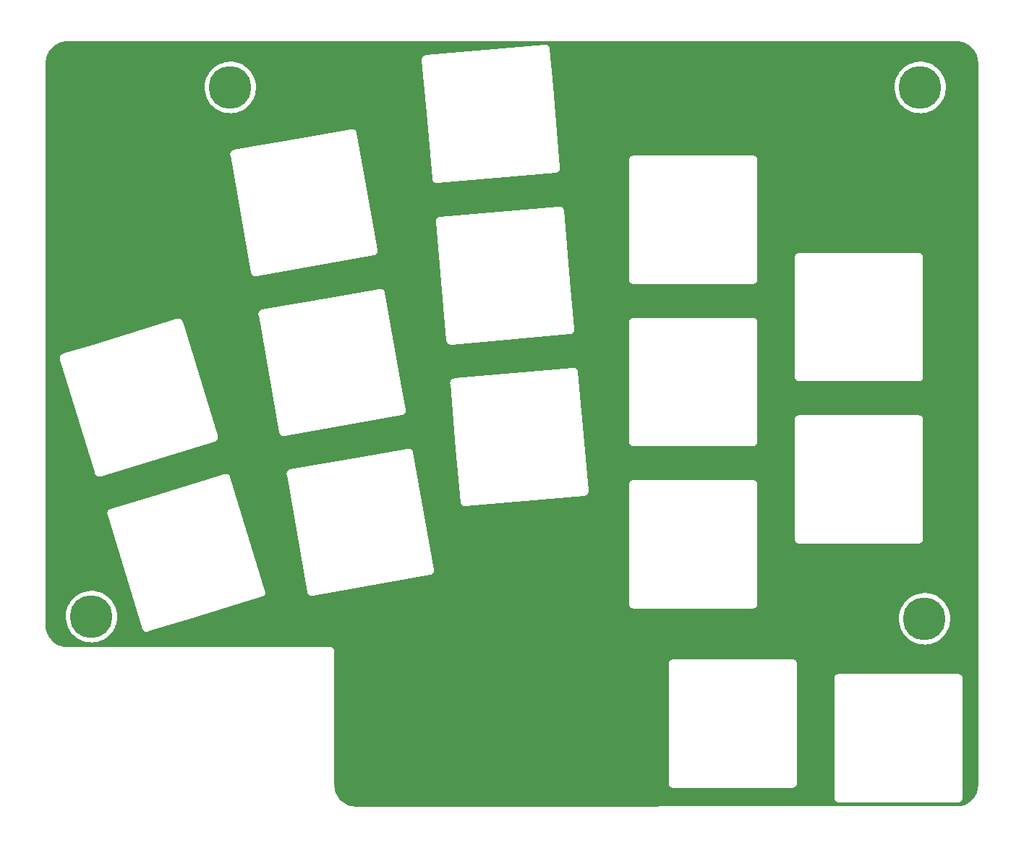
<source format=gbr>
%TF.GenerationSoftware,KiCad,Pcbnew,(6.0.7-1)-1*%
%TF.CreationDate,2022-08-15T16:00:22+02:00*%
%TF.ProjectId,plate,706c6174-652e-46b6-9963-61645f706362,v1.0.0*%
%TF.SameCoordinates,Original*%
%TF.FileFunction,Copper,L1,Top*%
%TF.FilePolarity,Positive*%
%FSLAX46Y46*%
G04 Gerber Fmt 4.6, Leading zero omitted, Abs format (unit mm)*
G04 Created by KiCad (PCBNEW (6.0.7-1)-1) date 2022-08-15 16:00:22*
%MOMM*%
%LPD*%
G01*
G04 APERTURE LIST*
%TA.AperFunction,ComponentPad*%
%ADD10C,5.000000*%
%TD*%
G04 APERTURE END LIST*
D10*
%TO.P,,1,1*%
%TO.N,N/C*%
X200660000Y-124460000D03*
%TD*%
%TO.P,,1,1*%
%TO.N,N/C*%
X297688000Y-62484000D03*
%TD*%
%TO.P,,1,1*%
%TO.N,N/C*%
X216916000Y-62484000D03*
%TD*%
%TO.P,,1,1*%
%TO.N,N/C*%
X298196000Y-124714000D03*
%TD*%
%TA.AperFunction,NonConductor*%
G36*
X301960619Y-57091422D02*
G01*
X301975452Y-57093732D01*
X301975456Y-57093732D01*
X301984325Y-57095113D01*
X302001524Y-57092864D01*
X302025464Y-57092031D01*
X302283310Y-57107628D01*
X302298414Y-57109462D01*
X302579355Y-57160947D01*
X302594128Y-57164588D01*
X302866824Y-57249563D01*
X302881040Y-57254955D01*
X303098796Y-57352960D01*
X303141505Y-57372182D01*
X303154977Y-57379253D01*
X303356214Y-57500905D01*
X303399403Y-57527014D01*
X303411923Y-57535656D01*
X303446894Y-57563054D01*
X303636763Y-57711808D01*
X303648152Y-57721898D01*
X303850114Y-57923861D01*
X303860203Y-57935250D01*
X304036353Y-58160091D01*
X304044997Y-58172613D01*
X304192757Y-58417042D01*
X304199824Y-58430506D01*
X304317055Y-58690986D01*
X304322443Y-58705194D01*
X304353016Y-58803308D01*
X304407417Y-58977891D01*
X304411058Y-58992665D01*
X304462540Y-59273604D01*
X304464374Y-59288706D01*
X304478646Y-59524663D01*
X304479539Y-59539429D01*
X304478298Y-59565795D01*
X304478292Y-59566266D01*
X304476910Y-59575142D01*
X304478074Y-59584045D01*
X304478074Y-59584052D01*
X304481037Y-59606712D01*
X304482101Y-59623048D01*
X304482101Y-144147006D01*
X304480601Y-144166390D01*
X304478911Y-144177247D01*
X304476910Y-144190097D01*
X304478694Y-144203735D01*
X304479159Y-144207293D01*
X304479992Y-144231235D01*
X304464398Y-144489079D01*
X304462564Y-144504184D01*
X304411082Y-144785121D01*
X304407441Y-144799895D01*
X304322468Y-145072587D01*
X304317074Y-145086810D01*
X304257268Y-145219692D01*
X304199852Y-145347265D01*
X304192781Y-145360738D01*
X304045018Y-145605164D01*
X304036375Y-145617686D01*
X303860225Y-145842523D01*
X303850135Y-145853912D01*
X303784661Y-145919384D01*
X303648168Y-146055874D01*
X303636779Y-146065963D01*
X303623082Y-146076694D01*
X303411944Y-146242106D01*
X303399426Y-146250746D01*
X303154985Y-146398509D01*
X303141513Y-146405579D01*
X303098775Y-146424813D01*
X302881056Y-146522795D01*
X302866844Y-146528185D01*
X302690035Y-146583276D01*
X302594146Y-146613153D01*
X302579373Y-146616794D01*
X302298424Y-146668272D01*
X302283319Y-146670105D01*
X302175828Y-146676604D01*
X302032410Y-146685275D01*
X302006863Y-146684071D01*
X302005764Y-146684058D01*
X301996894Y-146682676D01*
X301987990Y-146683840D01*
X301987988Y-146683840D01*
X301965299Y-146686806D01*
X301948974Y-146687869D01*
X231649357Y-146691497D01*
X231629967Y-146689997D01*
X231615152Y-146687691D01*
X231606276Y-146686309D01*
X231589077Y-146688558D01*
X231565137Y-146689391D01*
X231307290Y-146673794D01*
X231292186Y-146671960D01*
X231220214Y-146658771D01*
X231011240Y-146620475D01*
X230996473Y-146616836D01*
X230984654Y-146613153D01*
X230723769Y-146531858D01*
X230709555Y-146526466D01*
X230449092Y-146409242D01*
X230435621Y-146402172D01*
X230191187Y-146254405D01*
X230178666Y-146245762D01*
X229953829Y-146069615D01*
X229942440Y-146059525D01*
X229740475Y-145857560D01*
X229730385Y-145846171D01*
X229667645Y-145766088D01*
X287631625Y-145766088D01*
X287634092Y-145774719D01*
X287639751Y-145794520D01*
X287643329Y-145811282D01*
X287647521Y-145840554D01*
X287651235Y-145848722D01*
X287651235Y-145848723D01*
X287658149Y-145863929D01*
X287664597Y-145881453D01*
X287671652Y-145906138D01*
X287676444Y-145913732D01*
X287676445Y-145913735D01*
X287687431Y-145931147D01*
X287695570Y-145946230D01*
X287707809Y-145973149D01*
X287713670Y-145979951D01*
X287724571Y-145992602D01*
X287735674Y-146007606D01*
X287749377Y-146029325D01*
X287756102Y-146035264D01*
X287756105Y-146035268D01*
X287771539Y-146048899D01*
X287783583Y-146061091D01*
X287797028Y-146076694D01*
X287797031Y-146076696D01*
X287802888Y-146083494D01*
X287810417Y-146088374D01*
X287810418Y-146088375D01*
X287824436Y-146097461D01*
X287839310Y-146108752D01*
X287851818Y-146119798D01*
X287858552Y-146125745D01*
X287885312Y-146138309D01*
X287900292Y-146146630D01*
X287917584Y-146157838D01*
X287917589Y-146157840D01*
X287925116Y-146162719D01*
X287933709Y-146165289D01*
X287933714Y-146165291D01*
X287949721Y-146170078D01*
X287967165Y-146176739D01*
X287982277Y-146183834D01*
X287982279Y-146183835D01*
X287990401Y-146187648D01*
X287999268Y-146189029D01*
X287999269Y-146189029D01*
X288001954Y-146189447D01*
X288019618Y-146192197D01*
X288036333Y-146195980D01*
X288056067Y-146201882D01*
X288056073Y-146201883D01*
X288064667Y-146204453D01*
X288073638Y-146204508D01*
X288073639Y-146204508D01*
X288083698Y-146204569D01*
X288099107Y-146204663D01*
X288099890Y-146204696D01*
X288100987Y-146204867D01*
X288131978Y-146204867D01*
X288132748Y-146204869D01*
X288206386Y-146205319D01*
X288206387Y-146205319D01*
X288210322Y-146205343D01*
X288211666Y-146204959D01*
X288213011Y-146204867D01*
X302131978Y-146204867D01*
X302132749Y-146204869D01*
X302210322Y-146205343D01*
X302238753Y-146197217D01*
X302255516Y-146193639D01*
X302256354Y-146193519D01*
X302284788Y-146189447D01*
X302308165Y-146178818D01*
X302325688Y-146172371D01*
X302350372Y-146165316D01*
X302357966Y-146160524D01*
X302357969Y-146160523D01*
X302375381Y-146149537D01*
X302390466Y-146141397D01*
X302417383Y-146129159D01*
X302436836Y-146112397D01*
X302451840Y-146101294D01*
X302473559Y-146087591D01*
X302479498Y-146080866D01*
X302479502Y-146080863D01*
X302493133Y-146065429D01*
X302505325Y-146053385D01*
X302520928Y-146039940D01*
X302520930Y-146039937D01*
X302527728Y-146034080D01*
X302541695Y-146012532D01*
X302552986Y-145997658D01*
X302564032Y-145985150D01*
X302564033Y-145985149D01*
X302569979Y-145978416D01*
X302582544Y-145951654D01*
X302590864Y-145936676D01*
X302602072Y-145919384D01*
X302602074Y-145919379D01*
X302606953Y-145911852D01*
X302609523Y-145903259D01*
X302609525Y-145903254D01*
X302614312Y-145887247D01*
X302620973Y-145869803D01*
X302628068Y-145854691D01*
X302628069Y-145854689D01*
X302631882Y-145846567D01*
X302636431Y-145817350D01*
X302640214Y-145800635D01*
X302646116Y-145780901D01*
X302646117Y-145780895D01*
X302648687Y-145772301D01*
X302648897Y-145737861D01*
X302648930Y-145737078D01*
X302649101Y-145735981D01*
X302649101Y-145704990D01*
X302649103Y-145704220D01*
X302649553Y-145630582D01*
X302649553Y-145630581D01*
X302649577Y-145626646D01*
X302649193Y-145625302D01*
X302649101Y-145623957D01*
X302649101Y-131704990D01*
X302649103Y-131704220D01*
X302649401Y-131655469D01*
X302649577Y-131626646D01*
X302641451Y-131598214D01*
X302637873Y-131581452D01*
X302634953Y-131561065D01*
X302633681Y-131552180D01*
X302623052Y-131528803D01*
X302616605Y-131511280D01*
X302612017Y-131495229D01*
X302609550Y-131486596D01*
X302604757Y-131478999D01*
X302593771Y-131461587D01*
X302585631Y-131446502D01*
X302583165Y-131441078D01*
X302573393Y-131419585D01*
X302556631Y-131400132D01*
X302545528Y-131385128D01*
X302531825Y-131363409D01*
X302525100Y-131357470D01*
X302525097Y-131357466D01*
X302509663Y-131343835D01*
X302497619Y-131331643D01*
X302484174Y-131316040D01*
X302484171Y-131316038D01*
X302478314Y-131309240D01*
X302464610Y-131300357D01*
X302456766Y-131295273D01*
X302441892Y-131283982D01*
X302429384Y-131272936D01*
X302429383Y-131272935D01*
X302422650Y-131266989D01*
X302395888Y-131254424D01*
X302380910Y-131246104D01*
X302363618Y-131234896D01*
X302363613Y-131234894D01*
X302356086Y-131230015D01*
X302347493Y-131227445D01*
X302347488Y-131227443D01*
X302331481Y-131222656D01*
X302314037Y-131215995D01*
X302298925Y-131208900D01*
X302298923Y-131208899D01*
X302290801Y-131205086D01*
X302281934Y-131203705D01*
X302281933Y-131203705D01*
X302271079Y-131202015D01*
X302261584Y-131200537D01*
X302244869Y-131196754D01*
X302225135Y-131190852D01*
X302225129Y-131190851D01*
X302216535Y-131188281D01*
X302207564Y-131188226D01*
X302207563Y-131188226D01*
X302197504Y-131188165D01*
X302182095Y-131188071D01*
X302181312Y-131188038D01*
X302180215Y-131187867D01*
X302149224Y-131187867D01*
X302148454Y-131187865D01*
X302074816Y-131187415D01*
X302074815Y-131187415D01*
X302070880Y-131187391D01*
X302069536Y-131187775D01*
X302068191Y-131187867D01*
X288149224Y-131187867D01*
X288148454Y-131187865D01*
X288147638Y-131187860D01*
X288070880Y-131187391D01*
X288048519Y-131193782D01*
X288042448Y-131195517D01*
X288025686Y-131199095D01*
X287996414Y-131203287D01*
X287988246Y-131207001D01*
X287988245Y-131207001D01*
X287973039Y-131213915D01*
X287955515Y-131220363D01*
X287930830Y-131227418D01*
X287923236Y-131232210D01*
X287923233Y-131232211D01*
X287905821Y-131243197D01*
X287890738Y-131251336D01*
X287863819Y-131263575D01*
X287857017Y-131269436D01*
X287844366Y-131280337D01*
X287829362Y-131291440D01*
X287807643Y-131305143D01*
X287801704Y-131311868D01*
X287801700Y-131311871D01*
X287788069Y-131327305D01*
X287775877Y-131339349D01*
X287760274Y-131352794D01*
X287760272Y-131352797D01*
X287753474Y-131358654D01*
X287748594Y-131366183D01*
X287748593Y-131366184D01*
X287739507Y-131380202D01*
X287728216Y-131395076D01*
X287717170Y-131407584D01*
X287711223Y-131414318D01*
X287704913Y-131427758D01*
X287698659Y-131441078D01*
X287690338Y-131456058D01*
X287679130Y-131473350D01*
X287679128Y-131473355D01*
X287674249Y-131480882D01*
X287671679Y-131489475D01*
X287671677Y-131489480D01*
X287666890Y-131505487D01*
X287660229Y-131522931D01*
X287653134Y-131538043D01*
X287649320Y-131546167D01*
X287647939Y-131555034D01*
X287647939Y-131555035D01*
X287644771Y-131575382D01*
X287640988Y-131592099D01*
X287635086Y-131611833D01*
X287635085Y-131611839D01*
X287632515Y-131620433D01*
X287632460Y-131629404D01*
X287632460Y-131629405D01*
X287632305Y-131654864D01*
X287632272Y-131655656D01*
X287632101Y-131656753D01*
X287632101Y-131687744D01*
X287632099Y-131688514D01*
X287631625Y-131766088D01*
X287632009Y-131767432D01*
X287632101Y-131768777D01*
X287632101Y-145687744D01*
X287632099Y-145688514D01*
X287631625Y-145766088D01*
X229667645Y-145766088D01*
X229554238Y-145621334D01*
X229545595Y-145608813D01*
X229397828Y-145364379D01*
X229390757Y-145350906D01*
X229389118Y-145347265D01*
X229273534Y-145090445D01*
X229268141Y-145076227D01*
X229183164Y-144803527D01*
X229179523Y-144788754D01*
X229178858Y-144785121D01*
X229128040Y-144507814D01*
X229126206Y-144492710D01*
X229111269Y-144245768D01*
X229112520Y-144222216D01*
X229112334Y-144222199D01*
X229112769Y-144217350D01*
X229113576Y-144212552D01*
X229113729Y-144200000D01*
X229109773Y-144172376D01*
X229108500Y-144154514D01*
X229108500Y-144056088D01*
X268231625Y-144056088D01*
X268234092Y-144064719D01*
X268239751Y-144084520D01*
X268243329Y-144101282D01*
X268247521Y-144130554D01*
X268251235Y-144138722D01*
X268251235Y-144138723D01*
X268258149Y-144153929D01*
X268264597Y-144171453D01*
X268271652Y-144196138D01*
X268276444Y-144203732D01*
X268276445Y-144203735D01*
X268287431Y-144221147D01*
X268295570Y-144236230D01*
X268307809Y-144263149D01*
X268313670Y-144269951D01*
X268324571Y-144282602D01*
X268335674Y-144297606D01*
X268349377Y-144319325D01*
X268356102Y-144325264D01*
X268356105Y-144325268D01*
X268371539Y-144338899D01*
X268383583Y-144351091D01*
X268397028Y-144366694D01*
X268397031Y-144366696D01*
X268402888Y-144373494D01*
X268410417Y-144378374D01*
X268410418Y-144378375D01*
X268424436Y-144387461D01*
X268439310Y-144398752D01*
X268451818Y-144409798D01*
X268458552Y-144415745D01*
X268485312Y-144428309D01*
X268500292Y-144436630D01*
X268517584Y-144447838D01*
X268517589Y-144447840D01*
X268525116Y-144452719D01*
X268533709Y-144455289D01*
X268533714Y-144455291D01*
X268549721Y-144460078D01*
X268567165Y-144466739D01*
X268582277Y-144473834D01*
X268582279Y-144473835D01*
X268590401Y-144477648D01*
X268599268Y-144479029D01*
X268599269Y-144479029D01*
X268601954Y-144479447D01*
X268619618Y-144482197D01*
X268636333Y-144485980D01*
X268656067Y-144491882D01*
X268656073Y-144491883D01*
X268664667Y-144494453D01*
X268673638Y-144494508D01*
X268673639Y-144494508D01*
X268683698Y-144494569D01*
X268699107Y-144494663D01*
X268699890Y-144494696D01*
X268700987Y-144494867D01*
X268731978Y-144494867D01*
X268732748Y-144494869D01*
X268806386Y-144495319D01*
X268806387Y-144495319D01*
X268810322Y-144495343D01*
X268811666Y-144494959D01*
X268813011Y-144494867D01*
X282731978Y-144494867D01*
X282732749Y-144494869D01*
X282810322Y-144495343D01*
X282838753Y-144487217D01*
X282855516Y-144483639D01*
X282856354Y-144483519D01*
X282884788Y-144479447D01*
X282908165Y-144468818D01*
X282925688Y-144462371D01*
X282950372Y-144455316D01*
X282957966Y-144450524D01*
X282957969Y-144450523D01*
X282975381Y-144439537D01*
X282990466Y-144431397D01*
X283017383Y-144419159D01*
X283036836Y-144402397D01*
X283051840Y-144391294D01*
X283073559Y-144377591D01*
X283079498Y-144370866D01*
X283079502Y-144370863D01*
X283093133Y-144355429D01*
X283105325Y-144343385D01*
X283120928Y-144329940D01*
X283120930Y-144329937D01*
X283127728Y-144324080D01*
X283141695Y-144302532D01*
X283152986Y-144287658D01*
X283164032Y-144275150D01*
X283164033Y-144275149D01*
X283169979Y-144268416D01*
X283182544Y-144241654D01*
X283190864Y-144226676D01*
X283202072Y-144209384D01*
X283202074Y-144209379D01*
X283206953Y-144201852D01*
X283209523Y-144193259D01*
X283209525Y-144193254D01*
X283214312Y-144177247D01*
X283220973Y-144159803D01*
X283228068Y-144144691D01*
X283228069Y-144144689D01*
X283231882Y-144136567D01*
X283236431Y-144107350D01*
X283240214Y-144090635D01*
X283246116Y-144070901D01*
X283246117Y-144070895D01*
X283248687Y-144062301D01*
X283248897Y-144027861D01*
X283248930Y-144027078D01*
X283249101Y-144025981D01*
X283249101Y-143994990D01*
X283249103Y-143994220D01*
X283249553Y-143920582D01*
X283249553Y-143920581D01*
X283249577Y-143916646D01*
X283249193Y-143915302D01*
X283249101Y-143913957D01*
X283249101Y-129994990D01*
X283249103Y-129994220D01*
X283249401Y-129945469D01*
X283249577Y-129916646D01*
X283241451Y-129888214D01*
X283237873Y-129871452D01*
X283234953Y-129851065D01*
X283233681Y-129842180D01*
X283223052Y-129818803D01*
X283216605Y-129801280D01*
X283212017Y-129785229D01*
X283209550Y-129776596D01*
X283204757Y-129768999D01*
X283193771Y-129751587D01*
X283185631Y-129736502D01*
X283183165Y-129731078D01*
X283173393Y-129709585D01*
X283156631Y-129690132D01*
X283145528Y-129675128D01*
X283131825Y-129653409D01*
X283125100Y-129647470D01*
X283125097Y-129647466D01*
X283109663Y-129633835D01*
X283097619Y-129621643D01*
X283084174Y-129606040D01*
X283084171Y-129606038D01*
X283078314Y-129599240D01*
X283064610Y-129590357D01*
X283056766Y-129585273D01*
X283041892Y-129573982D01*
X283029384Y-129562936D01*
X283029383Y-129562935D01*
X283022650Y-129556989D01*
X282995888Y-129544424D01*
X282980910Y-129536104D01*
X282963618Y-129524896D01*
X282963613Y-129524894D01*
X282956086Y-129520015D01*
X282947493Y-129517445D01*
X282947488Y-129517443D01*
X282931481Y-129512656D01*
X282914037Y-129505995D01*
X282898925Y-129498900D01*
X282898923Y-129498899D01*
X282890801Y-129495086D01*
X282881934Y-129493705D01*
X282881933Y-129493705D01*
X282871079Y-129492015D01*
X282861584Y-129490537D01*
X282844869Y-129486754D01*
X282825135Y-129480852D01*
X282825129Y-129480851D01*
X282816535Y-129478281D01*
X282807564Y-129478226D01*
X282807563Y-129478226D01*
X282797504Y-129478165D01*
X282782095Y-129478071D01*
X282781312Y-129478038D01*
X282780215Y-129477867D01*
X282749224Y-129477867D01*
X282748454Y-129477865D01*
X282674816Y-129477415D01*
X282674815Y-129477415D01*
X282670880Y-129477391D01*
X282669536Y-129477775D01*
X282668191Y-129477867D01*
X268749224Y-129477867D01*
X268748454Y-129477865D01*
X268747638Y-129477860D01*
X268670880Y-129477391D01*
X268648519Y-129483782D01*
X268642448Y-129485517D01*
X268625686Y-129489095D01*
X268596414Y-129493287D01*
X268588246Y-129497001D01*
X268588245Y-129497001D01*
X268573039Y-129503915D01*
X268555515Y-129510363D01*
X268530830Y-129517418D01*
X268523236Y-129522210D01*
X268523233Y-129522211D01*
X268505821Y-129533197D01*
X268490738Y-129541336D01*
X268463819Y-129553575D01*
X268457017Y-129559436D01*
X268444366Y-129570337D01*
X268429362Y-129581440D01*
X268407643Y-129595143D01*
X268401704Y-129601868D01*
X268401700Y-129601871D01*
X268388069Y-129617305D01*
X268375877Y-129629349D01*
X268360274Y-129642794D01*
X268360272Y-129642797D01*
X268353474Y-129648654D01*
X268348594Y-129656183D01*
X268348593Y-129656184D01*
X268339507Y-129670202D01*
X268328216Y-129685076D01*
X268317170Y-129697584D01*
X268311223Y-129704318D01*
X268304913Y-129717758D01*
X268298659Y-129731078D01*
X268290338Y-129746058D01*
X268279130Y-129763350D01*
X268279128Y-129763355D01*
X268274249Y-129770882D01*
X268271679Y-129779475D01*
X268271677Y-129779480D01*
X268266890Y-129795487D01*
X268260229Y-129812931D01*
X268253134Y-129828043D01*
X268249320Y-129836167D01*
X268247939Y-129845034D01*
X268247939Y-129845035D01*
X268244771Y-129865382D01*
X268240988Y-129882099D01*
X268235086Y-129901833D01*
X268235085Y-129901839D01*
X268232515Y-129910433D01*
X268232460Y-129919404D01*
X268232460Y-129919405D01*
X268232305Y-129944864D01*
X268232272Y-129945656D01*
X268232101Y-129946753D01*
X268232101Y-129977744D01*
X268232099Y-129978514D01*
X268231625Y-130056088D01*
X268232009Y-130057432D01*
X268232101Y-130058777D01*
X268232101Y-143977744D01*
X268232099Y-143978514D01*
X268231625Y-144056088D01*
X229108500Y-144056088D01*
X229108500Y-128532623D01*
X229108502Y-128531857D01*
X229108919Y-128463234D01*
X229108974Y-128454262D01*
X229106507Y-128445631D01*
X229100850Y-128425838D01*
X229097271Y-128409075D01*
X229094353Y-128388700D01*
X229094353Y-128388699D01*
X229093080Y-128379813D01*
X229082448Y-128356429D01*
X229076001Y-128338908D01*
X229071411Y-128322848D01*
X229071408Y-128322842D01*
X229068942Y-128314214D01*
X229053169Y-128289216D01*
X229045032Y-128274135D01*
X229036508Y-128255389D01*
X229036506Y-128255385D01*
X229032792Y-128247218D01*
X229026935Y-128240420D01*
X229026932Y-128240416D01*
X229016026Y-128227759D01*
X229004920Y-128212751D01*
X228996005Y-128198622D01*
X228996002Y-128198618D01*
X228991213Y-128191029D01*
X228984489Y-128185091D01*
X228984483Y-128185084D01*
X228969057Y-128171462D01*
X228957007Y-128159265D01*
X228954843Y-128156754D01*
X228937713Y-128136873D01*
X228916150Y-128122896D01*
X228901287Y-128111614D01*
X228888764Y-128100555D01*
X228888763Y-128100554D01*
X228882035Y-128094613D01*
X228855282Y-128082053D01*
X228840298Y-128073730D01*
X228823017Y-128062529D01*
X228823012Y-128062527D01*
X228815485Y-128057648D01*
X228790865Y-128050285D01*
X228773438Y-128043630D01*
X228750184Y-128032714D01*
X228741316Y-128031333D01*
X228741311Y-128031332D01*
X228720969Y-128028165D01*
X228704256Y-128024384D01*
X228675934Y-128015914D01*
X228666958Y-128015859D01*
X228666957Y-128015859D01*
X228656966Y-128015798D01*
X228641487Y-128015704D01*
X228640699Y-128015671D01*
X228639597Y-128015499D01*
X228636593Y-128015499D01*
X228612228Y-128015500D01*
X228608622Y-128015500D01*
X228607858Y-128015498D01*
X228602349Y-128015464D01*
X228534240Y-128015048D01*
X228534237Y-128015048D01*
X228530279Y-128015024D01*
X228528927Y-128015411D01*
X228527573Y-128015503D01*
X225595410Y-128015598D01*
X197849357Y-128016499D01*
X197829968Y-128014998D01*
X197815151Y-128012690D01*
X197815144Y-128012690D01*
X197806276Y-128011309D01*
X197789077Y-128013558D01*
X197765137Y-128014391D01*
X197507290Y-127998794D01*
X197492186Y-127996960D01*
X197420214Y-127983771D01*
X197211240Y-127945475D01*
X197196473Y-127941836D01*
X196923769Y-127856858D01*
X196909555Y-127851466D01*
X196649092Y-127734242D01*
X196635621Y-127727172D01*
X196391187Y-127579405D01*
X196378666Y-127570762D01*
X196161461Y-127400594D01*
X196153828Y-127394614D01*
X196142440Y-127384525D01*
X195940475Y-127182560D01*
X195930385Y-127171171D01*
X195754238Y-126946334D01*
X195745595Y-126933813D01*
X195597828Y-126689379D01*
X195590757Y-126675906D01*
X195473534Y-126415445D01*
X195468141Y-126401227D01*
X195427850Y-126271927D01*
X195383164Y-126128526D01*
X195379523Y-126113754D01*
X195375573Y-126092195D01*
X195328040Y-125832814D01*
X195326206Y-125817710D01*
X195311269Y-125570768D01*
X195312520Y-125547216D01*
X195312334Y-125547199D01*
X195312769Y-125542350D01*
X195313576Y-125537552D01*
X195313729Y-125525000D01*
X195313040Y-125520186D01*
X195313039Y-125520176D01*
X195309775Y-125497387D01*
X195308502Y-125479518D01*
X195308507Y-125394636D01*
X195308557Y-124365341D01*
X197647888Y-124365341D01*
X197647983Y-124368971D01*
X197647983Y-124368972D01*
X197650367Y-124460000D01*
X197656970Y-124712171D01*
X197705856Y-125055660D01*
X197793897Y-125391253D01*
X197919927Y-125714503D01*
X197921624Y-125717708D01*
X198056110Y-125971708D01*
X198082275Y-126021126D01*
X198084325Y-126024109D01*
X198084327Y-126024112D01*
X198276733Y-126304064D01*
X198276739Y-126304071D01*
X198278790Y-126307056D01*
X198416259Y-126464640D01*
X198486093Y-126544692D01*
X198506866Y-126568505D01*
X198509551Y-126570948D01*
X198738697Y-126779454D01*
X198763481Y-126802006D01*
X199045233Y-127004466D01*
X199348388Y-127173200D01*
X199668928Y-127305972D01*
X199672422Y-127306967D01*
X199672424Y-127306968D01*
X199999103Y-127400025D01*
X199999108Y-127400026D01*
X200002604Y-127401022D01*
X200199304Y-127433233D01*
X200341412Y-127456504D01*
X200341419Y-127456505D01*
X200344993Y-127457090D01*
X200518276Y-127465262D01*
X200687931Y-127473263D01*
X200687932Y-127473263D01*
X200691558Y-127473434D01*
X200700415Y-127472830D01*
X201034073Y-127450084D01*
X201034081Y-127450083D01*
X201037704Y-127449836D01*
X201041279Y-127449173D01*
X201041282Y-127449173D01*
X201375279Y-127387270D01*
X201375283Y-127387269D01*
X201378844Y-127386609D01*
X201710456Y-127284592D01*
X202028145Y-127145136D01*
X202180674Y-127056006D01*
X202324560Y-126971926D01*
X202324562Y-126971925D01*
X202327700Y-126970091D01*
X202330609Y-126967907D01*
X202602244Y-126763958D01*
X202602248Y-126763955D01*
X202605151Y-126761775D01*
X202856819Y-126522950D01*
X203079370Y-126256783D01*
X203088224Y-126243305D01*
X203217993Y-126045748D01*
X203269853Y-125966799D01*
X203398446Y-125711121D01*
X203424117Y-125660080D01*
X203424120Y-125660072D01*
X203425744Y-125656844D01*
X203453318Y-125581496D01*
X203543729Y-125334437D01*
X203543730Y-125334433D01*
X203544977Y-125331026D01*
X203545822Y-125327504D01*
X203545825Y-125327496D01*
X203625124Y-124997191D01*
X203625125Y-124997187D01*
X203625971Y-124993662D01*
X203629298Y-124966171D01*
X203667316Y-124652004D01*
X203667316Y-124651997D01*
X203667652Y-124649225D01*
X203673599Y-124460000D01*
X203673438Y-124457204D01*
X203653836Y-124117246D01*
X203653835Y-124117241D01*
X203653627Y-124113626D01*
X203637876Y-124023375D01*
X203594600Y-123775415D01*
X203594598Y-123775408D01*
X203593976Y-123771842D01*
X203495437Y-123439180D01*
X203494013Y-123435841D01*
X203360740Y-123123386D01*
X203360738Y-123123383D01*
X203359316Y-123120048D01*
X203352075Y-123107352D01*
X203189208Y-122821816D01*
X203187417Y-122818676D01*
X202982018Y-122539060D01*
X202745842Y-122284904D01*
X202482019Y-122059578D01*
X202194047Y-121866069D01*
X202187034Y-121862449D01*
X201888961Y-121708602D01*
X201885741Y-121706940D01*
X201561189Y-121584302D01*
X201557668Y-121583418D01*
X201557663Y-121583416D01*
X201396378Y-121542904D01*
X201224692Y-121499780D01*
X201188893Y-121495067D01*
X200884315Y-121454968D01*
X200884307Y-121454967D01*
X200880711Y-121454494D01*
X200736045Y-121452221D01*
X200537446Y-121449101D01*
X200537442Y-121449101D01*
X200533804Y-121449044D01*
X200530190Y-121449405D01*
X200530184Y-121449405D01*
X200286843Y-121473694D01*
X200188569Y-121483503D01*
X199849583Y-121557414D01*
X199846156Y-121558587D01*
X199846150Y-121558589D01*
X199524765Y-121668624D01*
X199521339Y-121669797D01*
X199208188Y-121819163D01*
X198914279Y-122003532D01*
X198911443Y-122005804D01*
X198911436Y-122005809D01*
X198766296Y-122122088D01*
X198643509Y-122220459D01*
X198399466Y-122467071D01*
X198397225Y-122469929D01*
X198340732Y-122541978D01*
X198185386Y-122740098D01*
X198183493Y-122743187D01*
X198183491Y-122743190D01*
X198137233Y-122818676D01*
X198004105Y-123035921D01*
X198002580Y-123039206D01*
X198002578Y-123039210D01*
X197923586Y-123209384D01*
X197858027Y-123350620D01*
X197749087Y-123680023D01*
X197748351Y-123683578D01*
X197748350Y-123683581D01*
X197696486Y-123934023D01*
X197678730Y-124019764D01*
X197647888Y-124365341D01*
X195308557Y-124365341D01*
X195309142Y-112341310D01*
X202511722Y-112341310D01*
X202515914Y-112370578D01*
X202517184Y-112387668D01*
X202517365Y-112417244D01*
X202519938Y-112425846D01*
X202519938Y-112425849D01*
X202527230Y-112450232D01*
X202527432Y-112451006D01*
X202527588Y-112452098D01*
X202528460Y-112454950D01*
X202536667Y-112481792D01*
X202536871Y-112482468D01*
X202559099Y-112556795D01*
X202559861Y-112557971D01*
X202560339Y-112559222D01*
X206564685Y-125656844D01*
X206629834Y-125869938D01*
X206630056Y-125870669D01*
X206652303Y-125945061D01*
X206657185Y-125952592D01*
X206657185Y-125952593D01*
X206668386Y-125969873D01*
X206676709Y-125984858D01*
X206689276Y-126011625D01*
X206695216Y-126018351D01*
X206695218Y-126018354D01*
X206706276Y-126030874D01*
X206717565Y-126045747D01*
X206731528Y-126067288D01*
X206753934Y-126086595D01*
X206766117Y-126098631D01*
X206785697Y-126120800D01*
X206807416Y-126134504D01*
X206822422Y-126145608D01*
X206841873Y-126162368D01*
X206868786Y-126174604D01*
X206883871Y-126182744D01*
X206901287Y-126193733D01*
X206901292Y-126193735D01*
X206908883Y-126198525D01*
X206917514Y-126200992D01*
X206917517Y-126200993D01*
X206933565Y-126205579D01*
X206951092Y-126212027D01*
X206966294Y-126218939D01*
X206966297Y-126218940D01*
X206974468Y-126222655D01*
X206983356Y-126223928D01*
X206983360Y-126223929D01*
X207003739Y-126226848D01*
X207020499Y-126230426D01*
X207040300Y-126236085D01*
X207040305Y-126236086D01*
X207048934Y-126238552D01*
X207074616Y-126238395D01*
X207093244Y-126239666D01*
X207118655Y-126243305D01*
X207147928Y-126239113D01*
X207165013Y-126237843D01*
X207185612Y-126237717D01*
X207185613Y-126237717D01*
X207194589Y-126237662D01*
X207203188Y-126235090D01*
X207203190Y-126235090D01*
X207227568Y-126227799D01*
X207228349Y-126227595D01*
X207229443Y-126227439D01*
X207232307Y-126226563D01*
X207232320Y-126226560D01*
X207259223Y-126218335D01*
X207259960Y-126218112D01*
X207330366Y-126197056D01*
X207330370Y-126197055D01*
X207334140Y-126195927D01*
X207335311Y-126195168D01*
X207336571Y-126194687D01*
X212489295Y-124619341D01*
X295183888Y-124619341D01*
X295183983Y-124622971D01*
X295183983Y-124622972D01*
X295186319Y-124712171D01*
X295192970Y-124966171D01*
X295241856Y-125309660D01*
X295329897Y-125645253D01*
X295455927Y-125968503D01*
X295474456Y-126003498D01*
X295600753Y-126242032D01*
X295618275Y-126275126D01*
X295620325Y-126278109D01*
X295620327Y-126278112D01*
X295812733Y-126558064D01*
X295812739Y-126558071D01*
X295814790Y-126561056D01*
X295926733Y-126689379D01*
X296024984Y-126802006D01*
X296042866Y-126822505D01*
X296045551Y-126824948D01*
X296255268Y-127015775D01*
X296299481Y-127056006D01*
X296581233Y-127258466D01*
X296884388Y-127427200D01*
X297204928Y-127559972D01*
X297208422Y-127560967D01*
X297208424Y-127560968D01*
X297535103Y-127654025D01*
X297535108Y-127654026D01*
X297538604Y-127655022D01*
X297735304Y-127687233D01*
X297877412Y-127710504D01*
X297877419Y-127710505D01*
X297880993Y-127711090D01*
X298054276Y-127719262D01*
X298223931Y-127727263D01*
X298223932Y-127727263D01*
X298227558Y-127727434D01*
X298236415Y-127726830D01*
X298570073Y-127704084D01*
X298570081Y-127704083D01*
X298573704Y-127703836D01*
X298577279Y-127703173D01*
X298577282Y-127703173D01*
X298911279Y-127641270D01*
X298911283Y-127641269D01*
X298914844Y-127640609D01*
X299113791Y-127579405D01*
X299242978Y-127539662D01*
X299246456Y-127538592D01*
X299564145Y-127399136D01*
X299584452Y-127387270D01*
X299860560Y-127225926D01*
X299860562Y-127225925D01*
X299863700Y-127224091D01*
X299919014Y-127182560D01*
X300138244Y-127017958D01*
X300138248Y-127017955D01*
X300141151Y-127015775D01*
X300392819Y-126776950D01*
X300407599Y-126759274D01*
X300613048Y-126513560D01*
X300615370Y-126510783D01*
X300805853Y-126220799D01*
X300907887Y-126017927D01*
X300960117Y-125914080D01*
X300960120Y-125914072D01*
X300961744Y-125910844D01*
X300962989Y-125907442D01*
X301079729Y-125588437D01*
X301079730Y-125588433D01*
X301080977Y-125585026D01*
X301081822Y-125581504D01*
X301081825Y-125581496D01*
X301161124Y-125251191D01*
X301161125Y-125251187D01*
X301161971Y-125247662D01*
X301162408Y-125244052D01*
X301203316Y-124906004D01*
X301203316Y-124905997D01*
X301203652Y-124903225D01*
X301209599Y-124714000D01*
X301209285Y-124708546D01*
X301189836Y-124371246D01*
X301189835Y-124371241D01*
X301189627Y-124367626D01*
X301129976Y-124025842D01*
X301031437Y-123693180D01*
X300947053Y-123495343D01*
X300896740Y-123377386D01*
X300896738Y-123377383D01*
X300895316Y-123374048D01*
X300893500Y-123370863D01*
X300725208Y-123075816D01*
X300723417Y-123072676D01*
X300518018Y-122793060D01*
X300281842Y-122538904D01*
X300018019Y-122313578D01*
X299730047Y-122120069D01*
X299421741Y-121960940D01*
X299097189Y-121838302D01*
X299093668Y-121837418D01*
X299093663Y-121837416D01*
X298899830Y-121788729D01*
X298760692Y-121753780D01*
X298686854Y-121744059D01*
X298420315Y-121708968D01*
X298420307Y-121708967D01*
X298416711Y-121708494D01*
X298272045Y-121706221D01*
X298073446Y-121703101D01*
X298073442Y-121703101D01*
X298069804Y-121703044D01*
X298066190Y-121703405D01*
X298066184Y-121703405D01*
X297822843Y-121727694D01*
X297724569Y-121737503D01*
X297385583Y-121811414D01*
X297382156Y-121812587D01*
X297382150Y-121812589D01*
X297068555Y-121919957D01*
X297057339Y-121923797D01*
X296744188Y-122073163D01*
X296741109Y-122075094D01*
X296741108Y-122075095D01*
X296697065Y-122102723D01*
X296450279Y-122257532D01*
X296447443Y-122259804D01*
X296447436Y-122259809D01*
X296203384Y-122455332D01*
X296179509Y-122474459D01*
X295935466Y-122721071D01*
X295933225Y-122723929D01*
X295783422Y-122914981D01*
X295721386Y-122994098D01*
X295719493Y-122997187D01*
X295719491Y-122997190D01*
X295674321Y-123070901D01*
X295540105Y-123289921D01*
X295538580Y-123293206D01*
X295538578Y-123293210D01*
X295444972Y-123494869D01*
X295394027Y-123604620D01*
X295285087Y-123934023D01*
X295214730Y-124273764D01*
X295183888Y-124619341D01*
X212489295Y-124619341D01*
X217602465Y-123056088D01*
X263606625Y-123056088D01*
X263609092Y-123064719D01*
X263614751Y-123084520D01*
X263618329Y-123101282D01*
X263622521Y-123130554D01*
X263626235Y-123138722D01*
X263626235Y-123138723D01*
X263633149Y-123153929D01*
X263639597Y-123171453D01*
X263646652Y-123196138D01*
X263651444Y-123203732D01*
X263651445Y-123203735D01*
X263662431Y-123221147D01*
X263670570Y-123236230D01*
X263682809Y-123263149D01*
X263688670Y-123269951D01*
X263699571Y-123282602D01*
X263710674Y-123297606D01*
X263724377Y-123319325D01*
X263731102Y-123325264D01*
X263731105Y-123325268D01*
X263746539Y-123338899D01*
X263758583Y-123351091D01*
X263772028Y-123366694D01*
X263772031Y-123366696D01*
X263777888Y-123373494D01*
X263785417Y-123378374D01*
X263785418Y-123378375D01*
X263799436Y-123387461D01*
X263814310Y-123398752D01*
X263826818Y-123409798D01*
X263833552Y-123415745D01*
X263860312Y-123428309D01*
X263875292Y-123436630D01*
X263892584Y-123447838D01*
X263892589Y-123447840D01*
X263900116Y-123452719D01*
X263908709Y-123455289D01*
X263908714Y-123455291D01*
X263924721Y-123460078D01*
X263942165Y-123466739D01*
X263957277Y-123473834D01*
X263957279Y-123473835D01*
X263965401Y-123477648D01*
X263974268Y-123479029D01*
X263974269Y-123479029D01*
X263976954Y-123479447D01*
X263994618Y-123482197D01*
X264011333Y-123485980D01*
X264031067Y-123491882D01*
X264031073Y-123491883D01*
X264039667Y-123494453D01*
X264048638Y-123494508D01*
X264048639Y-123494508D01*
X264058698Y-123494569D01*
X264074107Y-123494663D01*
X264074890Y-123494696D01*
X264075987Y-123494867D01*
X264106978Y-123494867D01*
X264107748Y-123494869D01*
X264181386Y-123495319D01*
X264181387Y-123495319D01*
X264185322Y-123495343D01*
X264186666Y-123494959D01*
X264188011Y-123494867D01*
X278106978Y-123494867D01*
X278107749Y-123494869D01*
X278185322Y-123495343D01*
X278213753Y-123487217D01*
X278230516Y-123483639D01*
X278231354Y-123483519D01*
X278259788Y-123479447D01*
X278283165Y-123468818D01*
X278300688Y-123462371D01*
X278325372Y-123455316D01*
X278332966Y-123450524D01*
X278332969Y-123450523D01*
X278350381Y-123439537D01*
X278365466Y-123431397D01*
X278392383Y-123419159D01*
X278411836Y-123402397D01*
X278426840Y-123391294D01*
X278448559Y-123377591D01*
X278454498Y-123370866D01*
X278454502Y-123370863D01*
X278468133Y-123355429D01*
X278480325Y-123343385D01*
X278495928Y-123329940D01*
X278495930Y-123329937D01*
X278502728Y-123324080D01*
X278516695Y-123302532D01*
X278527986Y-123287658D01*
X278539032Y-123275150D01*
X278539033Y-123275149D01*
X278544979Y-123268416D01*
X278557544Y-123241654D01*
X278565864Y-123226676D01*
X278577072Y-123209384D01*
X278577074Y-123209379D01*
X278581953Y-123201852D01*
X278584523Y-123193259D01*
X278584525Y-123193254D01*
X278589312Y-123177247D01*
X278595973Y-123159803D01*
X278603068Y-123144691D01*
X278603069Y-123144689D01*
X278606882Y-123136567D01*
X278608935Y-123123386D01*
X278611431Y-123107352D01*
X278615214Y-123090635D01*
X278621116Y-123070901D01*
X278621117Y-123070895D01*
X278623687Y-123062301D01*
X278623897Y-123027861D01*
X278623930Y-123027078D01*
X278624101Y-123025981D01*
X278624101Y-122994990D01*
X278624103Y-122994220D01*
X278624553Y-122920582D01*
X278624553Y-122920581D01*
X278624577Y-122916646D01*
X278624193Y-122915302D01*
X278624101Y-122913957D01*
X278624101Y-115456088D01*
X283006625Y-115456088D01*
X283009092Y-115464719D01*
X283014751Y-115484520D01*
X283018329Y-115501282D01*
X283022521Y-115530554D01*
X283026235Y-115538722D01*
X283026235Y-115538723D01*
X283033149Y-115553929D01*
X283039597Y-115571453D01*
X283046652Y-115596138D01*
X283051444Y-115603732D01*
X283051445Y-115603735D01*
X283062431Y-115621147D01*
X283070570Y-115636230D01*
X283082809Y-115663149D01*
X283088670Y-115669951D01*
X283099571Y-115682602D01*
X283110674Y-115697606D01*
X283124377Y-115719325D01*
X283131102Y-115725264D01*
X283131105Y-115725268D01*
X283146539Y-115738899D01*
X283158583Y-115751091D01*
X283172028Y-115766694D01*
X283172031Y-115766696D01*
X283177888Y-115773494D01*
X283185417Y-115778374D01*
X283185418Y-115778375D01*
X283199436Y-115787461D01*
X283214310Y-115798752D01*
X283226818Y-115809798D01*
X283233552Y-115815745D01*
X283260312Y-115828309D01*
X283275292Y-115836630D01*
X283292584Y-115847838D01*
X283292589Y-115847840D01*
X283300116Y-115852719D01*
X283308709Y-115855289D01*
X283308714Y-115855291D01*
X283324721Y-115860078D01*
X283342165Y-115866739D01*
X283357277Y-115873834D01*
X283357279Y-115873835D01*
X283365401Y-115877648D01*
X283374268Y-115879029D01*
X283374269Y-115879029D01*
X283376954Y-115879447D01*
X283394618Y-115882197D01*
X283411333Y-115885980D01*
X283431067Y-115891882D01*
X283431073Y-115891883D01*
X283439667Y-115894453D01*
X283448638Y-115894508D01*
X283448639Y-115894508D01*
X283458698Y-115894569D01*
X283474107Y-115894663D01*
X283474890Y-115894696D01*
X283475987Y-115894867D01*
X283506978Y-115894867D01*
X283507748Y-115894869D01*
X283581386Y-115895319D01*
X283581387Y-115895319D01*
X283585322Y-115895343D01*
X283586666Y-115894959D01*
X283588011Y-115894867D01*
X297506978Y-115894867D01*
X297507749Y-115894869D01*
X297585322Y-115895343D01*
X297613753Y-115887217D01*
X297630516Y-115883639D01*
X297631354Y-115883519D01*
X297659788Y-115879447D01*
X297683165Y-115868818D01*
X297700688Y-115862371D01*
X297725372Y-115855316D01*
X297732966Y-115850524D01*
X297732969Y-115850523D01*
X297750381Y-115839537D01*
X297765466Y-115831397D01*
X297792383Y-115819159D01*
X297811836Y-115802397D01*
X297826840Y-115791294D01*
X297848559Y-115777591D01*
X297854498Y-115770866D01*
X297854502Y-115770863D01*
X297868133Y-115755429D01*
X297880325Y-115743385D01*
X297895928Y-115729940D01*
X297895930Y-115729937D01*
X297902728Y-115724080D01*
X297916695Y-115702532D01*
X297927986Y-115687658D01*
X297939032Y-115675150D01*
X297939033Y-115675149D01*
X297944979Y-115668416D01*
X297957544Y-115641654D01*
X297965864Y-115626676D01*
X297977072Y-115609384D01*
X297977074Y-115609379D01*
X297981953Y-115601852D01*
X297984523Y-115593259D01*
X297984525Y-115593254D01*
X297989312Y-115577247D01*
X297995973Y-115559803D01*
X298003068Y-115544691D01*
X298003069Y-115544689D01*
X298006882Y-115536567D01*
X298011431Y-115507350D01*
X298015214Y-115490635D01*
X298021116Y-115470901D01*
X298021117Y-115470895D01*
X298023687Y-115462301D01*
X298023897Y-115427861D01*
X298023930Y-115427078D01*
X298024101Y-115425981D01*
X298024101Y-115394990D01*
X298024103Y-115394220D01*
X298024553Y-115320582D01*
X298024553Y-115320581D01*
X298024577Y-115316646D01*
X298024193Y-115315302D01*
X298024101Y-115313957D01*
X298024101Y-101394990D01*
X298024103Y-101394220D01*
X298024401Y-101345469D01*
X298024577Y-101316646D01*
X298016451Y-101288214D01*
X298012873Y-101271452D01*
X298009953Y-101251065D01*
X298008681Y-101242180D01*
X297998052Y-101218803D01*
X297991605Y-101201280D01*
X297987017Y-101185229D01*
X297984550Y-101176596D01*
X297979757Y-101168999D01*
X297968771Y-101151587D01*
X297960631Y-101136502D01*
X297958165Y-101131078D01*
X297948393Y-101109585D01*
X297931631Y-101090132D01*
X297920528Y-101075128D01*
X297906825Y-101053409D01*
X297900100Y-101047470D01*
X297900097Y-101047466D01*
X297884663Y-101033835D01*
X297872619Y-101021643D01*
X297859174Y-101006040D01*
X297859171Y-101006038D01*
X297853314Y-100999240D01*
X297839610Y-100990357D01*
X297831766Y-100985273D01*
X297816892Y-100973982D01*
X297804384Y-100962936D01*
X297804383Y-100962935D01*
X297797650Y-100956989D01*
X297770888Y-100944424D01*
X297755910Y-100936104D01*
X297738618Y-100924896D01*
X297738613Y-100924894D01*
X297731086Y-100920015D01*
X297722493Y-100917445D01*
X297722488Y-100917443D01*
X297706481Y-100912656D01*
X297689037Y-100905995D01*
X297673925Y-100898900D01*
X297673923Y-100898899D01*
X297665801Y-100895086D01*
X297656934Y-100893705D01*
X297656933Y-100893705D01*
X297646079Y-100892015D01*
X297636584Y-100890537D01*
X297619869Y-100886754D01*
X297600135Y-100880852D01*
X297600129Y-100880851D01*
X297591535Y-100878281D01*
X297582564Y-100878226D01*
X297582563Y-100878226D01*
X297572504Y-100878165D01*
X297557095Y-100878071D01*
X297556312Y-100878038D01*
X297555215Y-100877867D01*
X297524224Y-100877867D01*
X297523454Y-100877865D01*
X297449816Y-100877415D01*
X297449815Y-100877415D01*
X297445880Y-100877391D01*
X297444536Y-100877775D01*
X297443191Y-100877867D01*
X283524224Y-100877867D01*
X283523454Y-100877865D01*
X283522638Y-100877860D01*
X283445880Y-100877391D01*
X283423519Y-100883782D01*
X283417448Y-100885517D01*
X283400686Y-100889095D01*
X283371414Y-100893287D01*
X283363246Y-100897001D01*
X283363245Y-100897001D01*
X283348039Y-100903915D01*
X283330515Y-100910363D01*
X283305830Y-100917418D01*
X283298236Y-100922210D01*
X283298233Y-100922211D01*
X283280821Y-100933197D01*
X283265738Y-100941336D01*
X283238819Y-100953575D01*
X283232017Y-100959436D01*
X283219366Y-100970337D01*
X283204362Y-100981440D01*
X283182643Y-100995143D01*
X283176704Y-101001868D01*
X283176700Y-101001871D01*
X283163069Y-101017305D01*
X283150877Y-101029349D01*
X283135274Y-101042794D01*
X283135272Y-101042797D01*
X283128474Y-101048654D01*
X283123594Y-101056183D01*
X283123593Y-101056184D01*
X283114507Y-101070202D01*
X283103216Y-101085076D01*
X283092170Y-101097584D01*
X283086223Y-101104318D01*
X283079913Y-101117758D01*
X283073659Y-101131078D01*
X283065338Y-101146058D01*
X283054130Y-101163350D01*
X283054128Y-101163355D01*
X283049249Y-101170882D01*
X283046679Y-101179475D01*
X283046677Y-101179480D01*
X283041890Y-101195487D01*
X283035229Y-101212931D01*
X283028134Y-101228043D01*
X283024320Y-101236167D01*
X283022939Y-101245034D01*
X283022939Y-101245035D01*
X283019771Y-101265382D01*
X283015988Y-101282099D01*
X283010086Y-101301833D01*
X283010085Y-101301839D01*
X283007515Y-101310433D01*
X283007460Y-101319404D01*
X283007460Y-101319405D01*
X283007305Y-101344864D01*
X283007272Y-101345656D01*
X283007101Y-101346753D01*
X283007101Y-101377744D01*
X283007099Y-101378514D01*
X283006625Y-101456088D01*
X283007009Y-101457432D01*
X283007101Y-101458777D01*
X283007101Y-115377744D01*
X283007099Y-115378514D01*
X283006625Y-115456088D01*
X278624101Y-115456088D01*
X278624101Y-108994990D01*
X278624103Y-108994220D01*
X278624401Y-108945469D01*
X278624577Y-108916646D01*
X278616451Y-108888214D01*
X278612873Y-108871452D01*
X278609953Y-108851065D01*
X278608681Y-108842180D01*
X278598052Y-108818803D01*
X278591605Y-108801280D01*
X278587017Y-108785229D01*
X278584550Y-108776596D01*
X278579757Y-108768999D01*
X278568771Y-108751587D01*
X278560631Y-108736502D01*
X278558165Y-108731078D01*
X278548393Y-108709585D01*
X278531631Y-108690132D01*
X278520528Y-108675128D01*
X278506825Y-108653409D01*
X278500100Y-108647470D01*
X278500097Y-108647466D01*
X278484663Y-108633835D01*
X278472619Y-108621643D01*
X278459174Y-108606040D01*
X278459171Y-108606038D01*
X278453314Y-108599240D01*
X278439610Y-108590357D01*
X278431766Y-108585273D01*
X278416892Y-108573982D01*
X278404384Y-108562936D01*
X278404383Y-108562935D01*
X278397650Y-108556989D01*
X278370888Y-108544424D01*
X278355910Y-108536104D01*
X278338618Y-108524896D01*
X278338613Y-108524894D01*
X278331086Y-108520015D01*
X278322493Y-108517445D01*
X278322488Y-108517443D01*
X278306481Y-108512656D01*
X278289037Y-108505995D01*
X278273925Y-108498900D01*
X278273923Y-108498899D01*
X278265801Y-108495086D01*
X278256934Y-108493705D01*
X278256933Y-108493705D01*
X278246079Y-108492015D01*
X278236584Y-108490537D01*
X278219869Y-108486754D01*
X278200135Y-108480852D01*
X278200129Y-108480851D01*
X278191535Y-108478281D01*
X278182564Y-108478226D01*
X278182563Y-108478226D01*
X278172504Y-108478165D01*
X278157095Y-108478071D01*
X278156312Y-108478038D01*
X278155215Y-108477867D01*
X278124224Y-108477867D01*
X278123454Y-108477865D01*
X278049816Y-108477415D01*
X278049815Y-108477415D01*
X278045880Y-108477391D01*
X278044536Y-108477775D01*
X278043191Y-108477867D01*
X264124224Y-108477867D01*
X264123454Y-108477865D01*
X264122638Y-108477860D01*
X264045880Y-108477391D01*
X264023519Y-108483782D01*
X264017448Y-108485517D01*
X264000686Y-108489095D01*
X263971414Y-108493287D01*
X263963246Y-108497001D01*
X263963245Y-108497001D01*
X263948039Y-108503915D01*
X263930515Y-108510363D01*
X263905830Y-108517418D01*
X263898236Y-108522210D01*
X263898233Y-108522211D01*
X263880821Y-108533197D01*
X263865738Y-108541336D01*
X263838819Y-108553575D01*
X263832017Y-108559436D01*
X263819366Y-108570337D01*
X263804362Y-108581440D01*
X263782643Y-108595143D01*
X263776704Y-108601868D01*
X263776700Y-108601871D01*
X263763069Y-108617305D01*
X263750877Y-108629349D01*
X263735274Y-108642794D01*
X263735272Y-108642797D01*
X263728474Y-108648654D01*
X263723594Y-108656183D01*
X263723593Y-108656184D01*
X263714507Y-108670202D01*
X263703216Y-108685076D01*
X263692170Y-108697584D01*
X263686223Y-108704318D01*
X263679913Y-108717758D01*
X263673659Y-108731078D01*
X263665338Y-108746058D01*
X263654130Y-108763350D01*
X263654128Y-108763355D01*
X263649249Y-108770882D01*
X263646679Y-108779475D01*
X263646677Y-108779480D01*
X263641890Y-108795487D01*
X263635229Y-108812931D01*
X263628134Y-108828043D01*
X263624320Y-108836167D01*
X263622939Y-108845034D01*
X263622939Y-108845035D01*
X263619771Y-108865382D01*
X263615988Y-108882099D01*
X263610086Y-108901833D01*
X263610085Y-108901839D01*
X263607515Y-108910433D01*
X263607460Y-108919404D01*
X263607460Y-108919405D01*
X263607305Y-108944864D01*
X263607272Y-108945656D01*
X263607101Y-108946753D01*
X263607101Y-108977744D01*
X263607099Y-108978514D01*
X263606625Y-109056088D01*
X263607009Y-109057432D01*
X263607101Y-109058777D01*
X263607101Y-122977744D01*
X263607099Y-122978514D01*
X263606625Y-123056088D01*
X217602465Y-123056088D01*
X220647459Y-122125140D01*
X220648195Y-122124917D01*
X220713809Y-122105294D01*
X220722406Y-122102723D01*
X220729938Y-122097841D01*
X220729940Y-122097840D01*
X220747217Y-122086642D01*
X220762197Y-122078321D01*
X220788970Y-122065751D01*
X220795695Y-122059811D01*
X220795699Y-122059809D01*
X220808219Y-122048751D01*
X220823094Y-122037460D01*
X220844633Y-122023499D01*
X220850588Y-122016589D01*
X220857390Y-122008694D01*
X220863933Y-122001101D01*
X220875973Y-121988913D01*
X220891415Y-121975274D01*
X220898145Y-121969330D01*
X220902934Y-121961739D01*
X220902937Y-121961736D01*
X220911848Y-121947612D01*
X220922960Y-121932595D01*
X220933850Y-121919957D01*
X220939713Y-121913153D01*
X220943429Y-121904980D01*
X220943431Y-121904977D01*
X220951949Y-121886242D01*
X220960087Y-121871159D01*
X220971079Y-121853737D01*
X220975870Y-121846144D01*
X220982926Y-121821454D01*
X220989374Y-121803929D01*
X220996285Y-121788729D01*
X220996285Y-121788728D01*
X221000000Y-121780558D01*
X221002150Y-121765550D01*
X221002753Y-121761333D01*
X221004191Y-121751298D01*
X221007768Y-121734538D01*
X221013432Y-121714722D01*
X221013433Y-121714715D01*
X221015897Y-121706093D01*
X221015740Y-121680411D01*
X221017011Y-121661780D01*
X221019377Y-121645260D01*
X221019377Y-121645254D01*
X221020649Y-121636372D01*
X221019377Y-121627487D01*
X221016458Y-121607101D01*
X221015188Y-121590012D01*
X221015062Y-121569415D01*
X221015062Y-121569414D01*
X221015007Y-121560438D01*
X221005144Y-121527459D01*
X221004940Y-121526678D01*
X221004784Y-121525584D01*
X221003908Y-121522720D01*
X221003905Y-121522707D01*
X220995680Y-121495804D01*
X220995457Y-121495067D01*
X220974401Y-121424661D01*
X220974400Y-121424657D01*
X220973272Y-121420887D01*
X220972513Y-121419716D01*
X220972032Y-121418456D01*
X216902471Y-108107523D01*
X216902248Y-108106786D01*
X216899371Y-108097167D01*
X216880068Y-108032621D01*
X216863985Y-108007807D01*
X216855668Y-107992834D01*
X216855547Y-107992577D01*
X216843096Y-107966057D01*
X216826096Y-107946808D01*
X216814805Y-107931933D01*
X216812800Y-107928840D01*
X216800844Y-107910394D01*
X216778446Y-107891094D01*
X216766258Y-107879054D01*
X216752619Y-107863612D01*
X216746675Y-107856882D01*
X216739084Y-107852093D01*
X216739081Y-107852090D01*
X216724957Y-107843179D01*
X216709940Y-107832067D01*
X216697302Y-107821177D01*
X216697303Y-107821177D01*
X216690498Y-107815314D01*
X216682325Y-107811598D01*
X216682322Y-107811596D01*
X216663587Y-107803078D01*
X216648504Y-107794940D01*
X216631082Y-107783948D01*
X216623489Y-107779157D01*
X216598799Y-107772101D01*
X216581274Y-107765653D01*
X216566074Y-107758742D01*
X216566073Y-107758742D01*
X216557903Y-107755027D01*
X216549017Y-107753754D01*
X216549016Y-107753754D01*
X216538678Y-107752274D01*
X216528643Y-107750836D01*
X216511883Y-107747259D01*
X216492067Y-107741595D01*
X216492060Y-107741594D01*
X216483438Y-107739130D01*
X216457756Y-107739287D01*
X216439125Y-107738016D01*
X216422605Y-107735650D01*
X216422599Y-107735650D01*
X216419282Y-107735175D01*
X223502992Y-107735175D01*
X223504497Y-107744026D01*
X223504497Y-107744028D01*
X223508762Y-107769113D01*
X223508869Y-107769914D01*
X223508891Y-107771015D01*
X223509407Y-107773943D01*
X223509409Y-107773956D01*
X223514281Y-107801586D01*
X223514412Y-107802342D01*
X223527408Y-107878772D01*
X223528020Y-107880030D01*
X223528343Y-107881336D01*
X225945360Y-121588911D01*
X225945491Y-121589670D01*
X225958483Y-121666081D01*
X225962413Y-121674156D01*
X225962413Y-121674157D01*
X225971424Y-121692673D01*
X225977858Y-121708558D01*
X225987069Y-121736655D01*
X225992148Y-121744058D01*
X225992148Y-121744059D01*
X226001593Y-121757827D01*
X226010988Y-121773969D01*
X226018294Y-121788982D01*
X226018296Y-121788985D01*
X226022222Y-121797052D01*
X226028255Y-121803693D01*
X226028255Y-121803694D01*
X226042101Y-121818937D01*
X226052736Y-121832380D01*
X226064385Y-121849362D01*
X226064390Y-121849367D01*
X226069466Y-121856767D01*
X226076419Y-121862448D01*
X226076420Y-121862449D01*
X226089349Y-121873013D01*
X226102894Y-121885866D01*
X226120157Y-121904871D01*
X226145387Y-121920301D01*
X226159359Y-121930212D01*
X226182262Y-121948925D01*
X226190525Y-121952424D01*
X226190528Y-121952426D01*
X226205910Y-121958940D01*
X226222514Y-121967472D01*
X226244417Y-121980868D01*
X226253082Y-121983214D01*
X226253084Y-121983215D01*
X226272955Y-121988595D01*
X226289150Y-121994187D01*
X226316390Y-122005722D01*
X226341907Y-122008697D01*
X226360237Y-122012227D01*
X226376345Y-122016589D01*
X226376350Y-122016590D01*
X226385012Y-122018935D01*
X226414576Y-122018342D01*
X226431690Y-122019165D01*
X226452147Y-122021550D01*
X226452154Y-122021550D01*
X226461068Y-122022589D01*
X226469919Y-122021084D01*
X226469921Y-122021084D01*
X226495006Y-122016819D01*
X226495807Y-122016712D01*
X226496908Y-122016690D01*
X226499836Y-122016174D01*
X226499849Y-122016172D01*
X226527479Y-122011300D01*
X226528235Y-122011169D01*
X226554164Y-122006760D01*
X226604665Y-121998173D01*
X226605923Y-121997561D01*
X226607229Y-121997238D01*
X240314804Y-119580221D01*
X240315563Y-119580090D01*
X240328962Y-119577812D01*
X240391974Y-119567098D01*
X240418573Y-119554154D01*
X240434450Y-119547723D01*
X240454017Y-119541309D01*
X240454019Y-119541308D01*
X240462548Y-119538512D01*
X240483719Y-119523988D01*
X240499861Y-119514594D01*
X240514873Y-119507289D01*
X240514877Y-119507286D01*
X240522945Y-119503360D01*
X240544834Y-119483477D01*
X240558276Y-119472843D01*
X240575258Y-119461193D01*
X240575259Y-119461192D01*
X240582660Y-119456115D01*
X240598902Y-119436236D01*
X240611756Y-119422690D01*
X240624122Y-119411458D01*
X240624124Y-119411455D01*
X240630764Y-119405424D01*
X240636670Y-119395767D01*
X240646197Y-119380192D01*
X240656111Y-119366216D01*
X240669137Y-119350272D01*
X240674818Y-119343319D01*
X240678317Y-119335056D01*
X240678320Y-119335051D01*
X240684829Y-119319678D01*
X240693367Y-119303066D01*
X240702076Y-119288827D01*
X240702079Y-119288821D01*
X240706761Y-119281165D01*
X240714488Y-119252628D01*
X240720083Y-119236427D01*
X240728113Y-119217463D01*
X240728114Y-119217458D01*
X240731615Y-119209191D01*
X240734588Y-119183686D01*
X240738119Y-119165347D01*
X240742482Y-119149233D01*
X240744828Y-119140570D01*
X240744235Y-119111005D01*
X240745058Y-119093891D01*
X240747443Y-119073434D01*
X240747443Y-119073427D01*
X240748482Y-119064513D01*
X240742712Y-119030578D01*
X240742605Y-119029780D01*
X240742583Y-119028674D01*
X240737173Y-118997994D01*
X240737042Y-118997233D01*
X240724727Y-118924806D01*
X240724066Y-118920916D01*
X240723453Y-118919655D01*
X240723131Y-118918354D01*
X238306124Y-105210832D01*
X238305993Y-105210073D01*
X238294496Y-105142457D01*
X238294495Y-105142455D01*
X238292991Y-105133607D01*
X238280047Y-105107008D01*
X238273616Y-105091131D01*
X238267202Y-105071564D01*
X238267201Y-105071562D01*
X238264405Y-105063033D01*
X238249881Y-105041861D01*
X238240487Y-105025720D01*
X238233182Y-105010708D01*
X238233179Y-105010704D01*
X238229253Y-105002636D01*
X238209370Y-104980747D01*
X238198736Y-104967305D01*
X238187086Y-104950323D01*
X238187085Y-104950322D01*
X238182008Y-104942921D01*
X238162129Y-104926679D01*
X238148583Y-104913825D01*
X238137351Y-104901459D01*
X238137348Y-104901457D01*
X238131317Y-104894817D01*
X238121660Y-104888911D01*
X238106085Y-104879384D01*
X238092109Y-104869470D01*
X238076165Y-104856444D01*
X238069212Y-104850763D01*
X238060949Y-104847264D01*
X238060944Y-104847261D01*
X238045571Y-104840752D01*
X238028959Y-104832214D01*
X238014720Y-104823505D01*
X238014714Y-104823502D01*
X238007058Y-104818820D01*
X237988587Y-104813819D01*
X237978521Y-104811093D01*
X237962320Y-104805498D01*
X237943356Y-104797468D01*
X237943351Y-104797467D01*
X237935084Y-104793966D01*
X237926167Y-104792926D01*
X237926165Y-104792926D01*
X237915098Y-104791636D01*
X237909579Y-104790993D01*
X237891244Y-104787463D01*
X237866463Y-104780753D01*
X237836898Y-104781346D01*
X237819784Y-104780523D01*
X237799327Y-104778138D01*
X237799320Y-104778138D01*
X237790406Y-104777099D01*
X237756472Y-104782869D01*
X237755673Y-104782976D01*
X237754567Y-104782998D01*
X237729252Y-104787462D01*
X237723887Y-104788408D01*
X237723126Y-104788539D01*
X237650701Y-104800853D01*
X237650698Y-104800854D01*
X237646809Y-104801515D01*
X237645548Y-104802128D01*
X237644253Y-104802449D01*
X232388042Y-105729261D01*
X223936725Y-107219457D01*
X223935966Y-107219588D01*
X223899653Y-107225763D01*
X223859500Y-107232590D01*
X223851426Y-107236519D01*
X223851421Y-107236521D01*
X223832907Y-107245531D01*
X223817018Y-107251967D01*
X223797459Y-107258378D01*
X223797454Y-107258380D01*
X223788926Y-107261176D01*
X223781523Y-107266255D01*
X223781522Y-107266255D01*
X223767754Y-107275700D01*
X223751612Y-107285095D01*
X223736599Y-107292401D01*
X223736596Y-107292403D01*
X223728529Y-107296329D01*
X223721888Y-107302362D01*
X223721887Y-107302362D01*
X223706644Y-107316208D01*
X223693201Y-107326843D01*
X223676219Y-107338492D01*
X223676214Y-107338497D01*
X223668814Y-107343573D01*
X223663133Y-107350526D01*
X223663132Y-107350527D01*
X223652568Y-107363456D01*
X223639715Y-107377001D01*
X223620710Y-107394264D01*
X223605280Y-107419494D01*
X223595369Y-107433466D01*
X223576656Y-107456369D01*
X223573157Y-107464632D01*
X223573155Y-107464635D01*
X223566641Y-107480017D01*
X223558109Y-107496621D01*
X223544713Y-107518524D01*
X223542367Y-107527189D01*
X223542366Y-107527191D01*
X223536986Y-107547062D01*
X223531394Y-107563257D01*
X223519859Y-107590497D01*
X223516884Y-107616014D01*
X223513354Y-107634344D01*
X223508992Y-107650452D01*
X223508991Y-107650457D01*
X223506646Y-107659119D01*
X223506826Y-107668093D01*
X223507239Y-107688680D01*
X223506416Y-107705797D01*
X223504031Y-107726254D01*
X223504031Y-107726261D01*
X223502992Y-107735175D01*
X216419282Y-107735175D01*
X216413717Y-107734378D01*
X216404835Y-107735650D01*
X216404832Y-107735650D01*
X216384446Y-107738569D01*
X216367357Y-107739839D01*
X216346761Y-107739965D01*
X216346760Y-107739965D01*
X216337783Y-107740020D01*
X216329181Y-107742593D01*
X216329178Y-107742593D01*
X216304795Y-107749885D01*
X216304021Y-107750087D01*
X216302929Y-107750243D01*
X216273115Y-107759358D01*
X216272559Y-107759526D01*
X216252071Y-107765653D01*
X216202013Y-107780623D01*
X216202010Y-107780624D01*
X216198232Y-107781754D01*
X216197056Y-107782516D01*
X216195805Y-107782994D01*
X207950116Y-110303954D01*
X202884938Y-111852534D01*
X202884201Y-111852757D01*
X202818565Y-111872386D01*
X202818563Y-111872387D01*
X202809966Y-111874958D01*
X202802436Y-111879839D01*
X202785155Y-111891040D01*
X202770173Y-111899362D01*
X202743402Y-111911931D01*
X202736673Y-111917874D01*
X202724153Y-111928931D01*
X202709279Y-111940221D01*
X202695270Y-111949301D01*
X202695268Y-111949303D01*
X202687739Y-111954183D01*
X202668432Y-111976589D01*
X202656396Y-111988772D01*
X202634227Y-112008352D01*
X202620526Y-112030067D01*
X202609419Y-112045077D01*
X202592659Y-112064528D01*
X202588944Y-112072700D01*
X202580423Y-112091441D01*
X202572283Y-112106526D01*
X202561294Y-112123942D01*
X202561292Y-112123947D01*
X202556502Y-112131538D01*
X202554035Y-112140169D01*
X202554034Y-112140172D01*
X202549448Y-112156220D01*
X202543000Y-112173747D01*
X202536088Y-112188949D01*
X202536087Y-112188952D01*
X202532372Y-112197123D01*
X202531099Y-112206011D01*
X202531098Y-112206015D01*
X202528179Y-112226394D01*
X202524601Y-112243154D01*
X202518942Y-112262955D01*
X202518941Y-112262960D01*
X202516475Y-112271589D01*
X202516530Y-112280563D01*
X202516632Y-112297269D01*
X202515361Y-112315899D01*
X202511722Y-112341310D01*
X195309142Y-112341310D01*
X195310025Y-94171519D01*
X196956659Y-94171519D01*
X196960851Y-94200787D01*
X196962121Y-94217877D01*
X196962302Y-94247453D01*
X196964875Y-94256055D01*
X196964875Y-94256058D01*
X196972167Y-94280441D01*
X196972369Y-94281215D01*
X196972525Y-94282307D01*
X196973397Y-94285159D01*
X196981604Y-94312001D01*
X196981808Y-94312677D01*
X197004036Y-94387004D01*
X197004798Y-94388180D01*
X197005276Y-94389431D01*
X201010106Y-107488636D01*
X201074771Y-107700147D01*
X201074995Y-107700885D01*
X201092471Y-107759322D01*
X201097240Y-107775270D01*
X201102122Y-107782801D01*
X201102122Y-107782802D01*
X201113323Y-107800082D01*
X201121646Y-107815067D01*
X201129628Y-107832067D01*
X201134213Y-107841834D01*
X201140153Y-107848560D01*
X201140155Y-107848563D01*
X201151213Y-107861083D01*
X201162503Y-107875957D01*
X201165990Y-107881336D01*
X201176465Y-107897497D01*
X201198871Y-107916804D01*
X201211054Y-107928840D01*
X201230634Y-107951009D01*
X201252353Y-107964713D01*
X201267359Y-107975817D01*
X201286810Y-107992577D01*
X201313723Y-108004813D01*
X201328808Y-108012953D01*
X201346224Y-108023942D01*
X201346229Y-108023944D01*
X201353820Y-108028734D01*
X201362451Y-108031201D01*
X201362454Y-108031202D01*
X201378502Y-108035788D01*
X201396029Y-108042236D01*
X201411231Y-108049148D01*
X201411234Y-108049149D01*
X201419405Y-108052864D01*
X201428293Y-108054137D01*
X201428297Y-108054138D01*
X201448676Y-108057057D01*
X201465436Y-108060635D01*
X201485237Y-108066294D01*
X201485242Y-108066295D01*
X201493871Y-108068761D01*
X201519553Y-108068604D01*
X201538181Y-108069875D01*
X201563592Y-108073514D01*
X201592865Y-108069322D01*
X201609950Y-108068052D01*
X201630549Y-108067926D01*
X201630550Y-108067926D01*
X201639526Y-108067871D01*
X201648125Y-108065299D01*
X201648127Y-108065299D01*
X201672505Y-108058008D01*
X201673286Y-108057804D01*
X201674380Y-108057648D01*
X201677244Y-108056772D01*
X201677257Y-108056769D01*
X201704160Y-108048544D01*
X201704897Y-108048321D01*
X201775303Y-108027265D01*
X201775307Y-108027264D01*
X201779077Y-108026136D01*
X201780248Y-108025377D01*
X201781508Y-108024896D01*
X215092396Y-103955349D01*
X215093132Y-103955126D01*
X215158746Y-103935503D01*
X215167343Y-103932932D01*
X215174875Y-103928050D01*
X215174877Y-103928049D01*
X215192154Y-103916851D01*
X215207134Y-103908530D01*
X215233907Y-103895960D01*
X215240632Y-103890020D01*
X215240636Y-103890018D01*
X215253156Y-103878960D01*
X215268031Y-103867669D01*
X215289570Y-103853708D01*
X215308870Y-103831310D01*
X215320910Y-103819122D01*
X215336352Y-103805483D01*
X215343082Y-103799539D01*
X215347871Y-103791948D01*
X215347874Y-103791945D01*
X215356785Y-103777821D01*
X215367897Y-103762804D01*
X215378787Y-103750166D01*
X215384650Y-103743362D01*
X215388366Y-103735189D01*
X215388368Y-103735186D01*
X215396886Y-103716451D01*
X215405024Y-103701368D01*
X215416016Y-103683946D01*
X215420807Y-103676353D01*
X215427863Y-103651663D01*
X215434311Y-103634138D01*
X215441222Y-103618938D01*
X215441222Y-103618937D01*
X215444937Y-103610767D01*
X215449128Y-103581507D01*
X215452705Y-103564747D01*
X215458369Y-103544931D01*
X215458370Y-103544924D01*
X215460834Y-103536302D01*
X215460677Y-103510620D01*
X215461948Y-103491989D01*
X215464314Y-103475469D01*
X215464314Y-103475463D01*
X215465586Y-103466581D01*
X215464314Y-103457696D01*
X215461395Y-103437310D01*
X215460125Y-103420221D01*
X215459999Y-103399624D01*
X215459999Y-103399623D01*
X215459944Y-103390647D01*
X215450081Y-103357668D01*
X215449877Y-103356887D01*
X215449721Y-103355793D01*
X215448845Y-103352929D01*
X215448842Y-103352916D01*
X215440617Y-103326013D01*
X215440394Y-103325276D01*
X215419338Y-103254870D01*
X215419337Y-103254866D01*
X215418209Y-103251096D01*
X215417450Y-103249925D01*
X215416969Y-103248665D01*
X211347408Y-89937732D01*
X211347185Y-89936995D01*
X211332596Y-89888214D01*
X211325005Y-89862830D01*
X211308922Y-89838016D01*
X211300605Y-89823043D01*
X211295857Y-89812931D01*
X211288033Y-89796266D01*
X211271033Y-89777017D01*
X211259742Y-89762142D01*
X211245781Y-89740603D01*
X211223383Y-89721303D01*
X211211195Y-89709263D01*
X211197556Y-89693821D01*
X211191612Y-89687091D01*
X211184021Y-89682302D01*
X211184018Y-89682299D01*
X211169894Y-89673388D01*
X211154877Y-89662276D01*
X211142239Y-89651386D01*
X211142240Y-89651386D01*
X211135435Y-89645523D01*
X211127262Y-89641807D01*
X211127259Y-89641805D01*
X211108524Y-89633287D01*
X211093441Y-89625149D01*
X211087884Y-89621643D01*
X211068426Y-89609366D01*
X211043736Y-89602310D01*
X211026211Y-89595862D01*
X211011011Y-89588951D01*
X211011010Y-89588951D01*
X211002840Y-89585236D01*
X210993954Y-89583963D01*
X210993953Y-89583963D01*
X210983615Y-89582483D01*
X210973580Y-89581045D01*
X210956820Y-89577468D01*
X210937004Y-89571804D01*
X210936997Y-89571803D01*
X210928375Y-89569339D01*
X210902693Y-89569496D01*
X210884062Y-89568225D01*
X210867542Y-89565859D01*
X210867536Y-89565859D01*
X210858654Y-89564587D01*
X210849772Y-89565859D01*
X210849769Y-89565859D01*
X210829383Y-89568778D01*
X210812294Y-89570048D01*
X210791698Y-89570174D01*
X210791697Y-89570174D01*
X210782720Y-89570229D01*
X210774118Y-89572802D01*
X210774115Y-89572802D01*
X210749732Y-89580094D01*
X210748958Y-89580296D01*
X210747866Y-89580452D01*
X210718052Y-89589567D01*
X210717496Y-89589735D01*
X210697008Y-89595862D01*
X210646950Y-89610832D01*
X210646947Y-89610833D01*
X210643169Y-89611963D01*
X210641993Y-89612725D01*
X210640742Y-89613203D01*
X200865023Y-92601940D01*
X197329875Y-93682743D01*
X197329138Y-93682966D01*
X197263502Y-93702595D01*
X197263500Y-93702596D01*
X197254903Y-93705167D01*
X197247373Y-93710048D01*
X197230092Y-93721249D01*
X197215110Y-93729571D01*
X197188339Y-93742140D01*
X197181610Y-93748083D01*
X197169090Y-93759140D01*
X197154216Y-93770430D01*
X197140207Y-93779510D01*
X197140205Y-93779512D01*
X197132676Y-93784392D01*
X197113369Y-93806798D01*
X197101333Y-93818981D01*
X197079164Y-93838561D01*
X197065463Y-93860276D01*
X197054356Y-93875286D01*
X197037596Y-93894737D01*
X197033881Y-93902909D01*
X197025360Y-93921650D01*
X197017220Y-93936735D01*
X197006231Y-93954151D01*
X197006229Y-93954156D01*
X197001439Y-93961747D01*
X196998972Y-93970378D01*
X196998971Y-93970381D01*
X196994385Y-93986429D01*
X196987937Y-94003956D01*
X196981025Y-94019158D01*
X196981024Y-94019161D01*
X196977309Y-94027332D01*
X196976036Y-94036220D01*
X196976035Y-94036224D01*
X196973116Y-94056603D01*
X196969538Y-94073363D01*
X196963879Y-94093164D01*
X196963878Y-94093169D01*
X196961412Y-94101798D01*
X196961467Y-94110772D01*
X196961569Y-94127478D01*
X196960298Y-94146108D01*
X196956659Y-94171519D01*
X195310025Y-94171519D01*
X195310102Y-92596404D01*
X195310276Y-89023828D01*
X220203676Y-89023828D01*
X220205181Y-89032679D01*
X220205181Y-89032681D01*
X220209446Y-89057766D01*
X220209553Y-89058567D01*
X220209575Y-89059668D01*
X220210091Y-89062596D01*
X220210093Y-89062609D01*
X220214965Y-89090239D01*
X220215096Y-89090995D01*
X220228092Y-89167425D01*
X220228704Y-89168683D01*
X220229027Y-89169989D01*
X222646044Y-102877564D01*
X222646175Y-102878323D01*
X222659167Y-102954734D01*
X222663097Y-102962809D01*
X222663097Y-102962810D01*
X222672108Y-102981326D01*
X222678542Y-102997211D01*
X222687753Y-103025308D01*
X222692832Y-103032711D01*
X222692832Y-103032712D01*
X222702277Y-103046480D01*
X222711672Y-103062622D01*
X222718978Y-103077635D01*
X222718980Y-103077638D01*
X222722906Y-103085705D01*
X222728939Y-103092346D01*
X222728939Y-103092347D01*
X222742785Y-103107590D01*
X222753420Y-103121033D01*
X222765069Y-103138015D01*
X222765074Y-103138020D01*
X222770150Y-103145420D01*
X222777103Y-103151101D01*
X222777104Y-103151102D01*
X222790033Y-103161666D01*
X222803578Y-103174519D01*
X222820841Y-103193524D01*
X222846071Y-103208954D01*
X222860043Y-103218865D01*
X222882946Y-103237578D01*
X222891209Y-103241077D01*
X222891212Y-103241079D01*
X222906594Y-103247593D01*
X222923198Y-103256125D01*
X222945101Y-103269521D01*
X222953766Y-103271867D01*
X222953768Y-103271868D01*
X222973639Y-103277248D01*
X222989834Y-103282840D01*
X223017074Y-103294375D01*
X223042591Y-103297350D01*
X223060921Y-103300880D01*
X223077029Y-103305242D01*
X223077034Y-103305243D01*
X223085696Y-103307588D01*
X223115260Y-103306995D01*
X223132374Y-103307818D01*
X223152831Y-103310203D01*
X223152838Y-103310203D01*
X223161752Y-103311242D01*
X223170603Y-103309737D01*
X223170605Y-103309737D01*
X223195690Y-103305472D01*
X223196491Y-103305365D01*
X223197592Y-103305343D01*
X223200520Y-103304827D01*
X223200533Y-103304825D01*
X223228163Y-103299953D01*
X223228919Y-103299822D01*
X223254848Y-103295413D01*
X223305349Y-103286826D01*
X223306607Y-103286214D01*
X223307913Y-103285891D01*
X237015488Y-100868874D01*
X237016247Y-100868743D01*
X237029646Y-100866465D01*
X237092658Y-100855751D01*
X237119257Y-100842807D01*
X237135134Y-100836376D01*
X237154701Y-100829962D01*
X237154703Y-100829961D01*
X237163232Y-100827165D01*
X237184403Y-100812641D01*
X237200545Y-100803247D01*
X237215557Y-100795942D01*
X237215561Y-100795939D01*
X237223629Y-100792013D01*
X237245518Y-100772130D01*
X237258960Y-100761496D01*
X237275942Y-100749846D01*
X237275943Y-100749845D01*
X237283344Y-100744768D01*
X237299586Y-100724889D01*
X237312440Y-100711343D01*
X237324806Y-100700111D01*
X237324808Y-100700108D01*
X237331448Y-100694077D01*
X237337354Y-100684420D01*
X237346881Y-100668845D01*
X237356795Y-100654869D01*
X237369821Y-100638925D01*
X237375502Y-100631972D01*
X237379001Y-100623709D01*
X237379004Y-100623704D01*
X237385513Y-100608331D01*
X237394051Y-100591719D01*
X237402760Y-100577480D01*
X237402763Y-100577474D01*
X237407445Y-100569818D01*
X237415172Y-100541281D01*
X237420767Y-100525080D01*
X237428797Y-100506116D01*
X237428798Y-100506111D01*
X237432299Y-100497844D01*
X237435272Y-100472339D01*
X237438803Y-100454000D01*
X237443166Y-100437886D01*
X237445512Y-100429223D01*
X237444919Y-100399658D01*
X237445742Y-100382544D01*
X237448127Y-100362087D01*
X237448127Y-100362080D01*
X237449166Y-100353166D01*
X237443396Y-100319231D01*
X237443289Y-100318433D01*
X237443267Y-100317327D01*
X237437857Y-100286647D01*
X237437726Y-100285886D01*
X237425411Y-100213459D01*
X237424750Y-100209569D01*
X237424137Y-100208308D01*
X237423815Y-100207007D01*
X236865171Y-97038781D01*
X242650560Y-97038781D01*
X242651288Y-97047730D01*
X242653350Y-97073087D01*
X242653387Y-97073895D01*
X242653313Y-97074998D01*
X242656027Y-97106020D01*
X242656080Y-97106658D01*
X242662368Y-97183959D01*
X242662869Y-97185268D01*
X242663075Y-97186587D01*
X243328160Y-104788539D01*
X243876210Y-111052781D01*
X243876274Y-111053548D01*
X243882548Y-111130685D01*
X243885756Y-111139063D01*
X243885757Y-111139069D01*
X243893121Y-111158303D01*
X243898145Y-111174685D01*
X243902830Y-111194735D01*
X243904874Y-111203482D01*
X243909289Y-111211301D01*
X243917498Y-111225840D01*
X243925447Y-111242731D01*
X243934629Y-111266713D01*
X243952532Y-111290256D01*
X243961948Y-111304565D01*
X243972074Y-111322500D01*
X243972077Y-111322504D01*
X243976489Y-111330318D01*
X243994881Y-111348234D01*
X244007254Y-111362220D01*
X244022795Y-111382657D01*
X244046583Y-111400228D01*
X244059634Y-111411315D01*
X244080823Y-111431956D01*
X244088752Y-111436163D01*
X244103507Y-111443992D01*
X244119310Y-111453944D01*
X244139958Y-111469195D01*
X244167716Y-111479381D01*
X244183356Y-111486360D01*
X244209491Y-111500227D01*
X244218280Y-111502039D01*
X244218283Y-111502040D01*
X244234641Y-111505412D01*
X244252605Y-111510529D01*
X244276701Y-111519371D01*
X244295349Y-111520626D01*
X244306202Y-111521357D01*
X244323180Y-111523667D01*
X244343358Y-111527827D01*
X244343361Y-111527827D01*
X244352149Y-111529639D01*
X244370554Y-111528142D01*
X244386453Y-111526849D01*
X244387258Y-111526812D01*
X244388366Y-111526887D01*
X244397165Y-111526117D01*
X244419444Y-111524168D01*
X244420212Y-111524103D01*
X244478392Y-111519371D01*
X244497327Y-111517831D01*
X244498632Y-111517331D01*
X244499949Y-111517125D01*
X258366299Y-110303977D01*
X258367066Y-110303913D01*
X258435108Y-110298379D01*
X258435111Y-110298378D01*
X258444053Y-110297651D01*
X258452431Y-110294444D01*
X258452433Y-110294443D01*
X258471664Y-110287080D01*
X258488049Y-110282055D01*
X258508107Y-110277369D01*
X258508109Y-110277368D01*
X258516850Y-110275326D01*
X258539215Y-110262698D01*
X258556106Y-110254750D01*
X258580081Y-110245571D01*
X258603624Y-110227668D01*
X258617933Y-110218252D01*
X258635868Y-110208126D01*
X258635872Y-110208123D01*
X258643686Y-110203711D01*
X258661605Y-110185316D01*
X258675588Y-110172946D01*
X258696025Y-110157405D01*
X258713596Y-110133617D01*
X258724683Y-110120566D01*
X258739060Y-110105807D01*
X258745324Y-110099377D01*
X258757360Y-110076693D01*
X258767312Y-110060890D01*
X258777229Y-110047464D01*
X258777230Y-110047462D01*
X258782563Y-110040242D01*
X258792749Y-110012484D01*
X258799728Y-109996844D01*
X258813595Y-109970709D01*
X258818780Y-109945558D01*
X258823898Y-109927592D01*
X258829646Y-109911928D01*
X258832739Y-109903499D01*
X258834725Y-109873998D01*
X258837035Y-109857020D01*
X258841195Y-109836842D01*
X258841195Y-109836839D01*
X258843007Y-109828051D01*
X258840217Y-109793747D01*
X258840180Y-109792942D01*
X258840255Y-109791833D01*
X258837535Y-109760740D01*
X258837471Y-109759989D01*
X258831518Y-109686796D01*
X258831199Y-109682873D01*
X258830699Y-109681568D01*
X258830493Y-109680251D01*
X258338443Y-104056088D01*
X263606625Y-104056088D01*
X263609092Y-104064719D01*
X263614751Y-104084520D01*
X263618329Y-104101282D01*
X263622521Y-104130554D01*
X263626235Y-104138722D01*
X263626235Y-104138723D01*
X263633149Y-104153929D01*
X263639597Y-104171453D01*
X263646652Y-104196138D01*
X263651444Y-104203732D01*
X263651445Y-104203735D01*
X263662431Y-104221147D01*
X263670570Y-104236230D01*
X263682809Y-104263149D01*
X263688670Y-104269951D01*
X263699571Y-104282602D01*
X263710674Y-104297606D01*
X263724377Y-104319325D01*
X263731102Y-104325264D01*
X263731105Y-104325268D01*
X263746539Y-104338899D01*
X263758583Y-104351091D01*
X263772028Y-104366694D01*
X263772031Y-104366696D01*
X263777888Y-104373494D01*
X263785417Y-104378374D01*
X263785418Y-104378375D01*
X263799436Y-104387461D01*
X263814310Y-104398752D01*
X263826818Y-104409798D01*
X263833552Y-104415745D01*
X263860312Y-104428309D01*
X263875292Y-104436630D01*
X263892584Y-104447838D01*
X263892589Y-104447840D01*
X263900116Y-104452719D01*
X263908709Y-104455289D01*
X263908714Y-104455291D01*
X263924721Y-104460078D01*
X263942165Y-104466739D01*
X263957277Y-104473834D01*
X263957279Y-104473835D01*
X263965401Y-104477648D01*
X263974268Y-104479029D01*
X263974269Y-104479029D01*
X263976954Y-104479447D01*
X263994618Y-104482197D01*
X264011333Y-104485980D01*
X264031067Y-104491882D01*
X264031073Y-104491883D01*
X264039667Y-104494453D01*
X264048638Y-104494508D01*
X264048639Y-104494508D01*
X264058698Y-104494569D01*
X264074107Y-104494663D01*
X264074890Y-104494696D01*
X264075987Y-104494867D01*
X264106978Y-104494867D01*
X264107748Y-104494869D01*
X264181386Y-104495319D01*
X264181387Y-104495319D01*
X264185322Y-104495343D01*
X264186666Y-104494959D01*
X264188011Y-104494867D01*
X278106978Y-104494867D01*
X278107749Y-104494869D01*
X278185322Y-104495343D01*
X278213753Y-104487217D01*
X278230516Y-104483639D01*
X278231354Y-104483519D01*
X278259788Y-104479447D01*
X278283165Y-104468818D01*
X278300688Y-104462371D01*
X278325372Y-104455316D01*
X278332966Y-104450524D01*
X278332969Y-104450523D01*
X278350381Y-104439537D01*
X278365466Y-104431397D01*
X278392383Y-104419159D01*
X278411836Y-104402397D01*
X278426840Y-104391294D01*
X278448559Y-104377591D01*
X278454498Y-104370866D01*
X278454502Y-104370863D01*
X278468133Y-104355429D01*
X278480325Y-104343385D01*
X278495928Y-104329940D01*
X278495930Y-104329937D01*
X278502728Y-104324080D01*
X278516695Y-104302532D01*
X278527986Y-104287658D01*
X278539032Y-104275150D01*
X278539033Y-104275149D01*
X278544979Y-104268416D01*
X278557544Y-104241654D01*
X278565864Y-104226676D01*
X278577072Y-104209384D01*
X278577074Y-104209379D01*
X278581953Y-104201852D01*
X278584523Y-104193259D01*
X278584525Y-104193254D01*
X278589312Y-104177247D01*
X278595973Y-104159803D01*
X278603068Y-104144691D01*
X278603069Y-104144689D01*
X278606882Y-104136567D01*
X278611431Y-104107350D01*
X278615214Y-104090635D01*
X278621116Y-104070901D01*
X278621117Y-104070895D01*
X278623687Y-104062301D01*
X278623897Y-104027861D01*
X278623930Y-104027078D01*
X278624101Y-104025981D01*
X278624101Y-103994990D01*
X278624103Y-103994220D01*
X278624553Y-103920582D01*
X278624553Y-103920581D01*
X278624577Y-103916646D01*
X278624193Y-103915302D01*
X278624101Y-103913957D01*
X278624101Y-96456088D01*
X283006625Y-96456088D01*
X283009092Y-96464719D01*
X283014751Y-96484520D01*
X283018329Y-96501282D01*
X283022521Y-96530554D01*
X283026235Y-96538722D01*
X283026235Y-96538723D01*
X283033149Y-96553929D01*
X283039597Y-96571453D01*
X283046652Y-96596138D01*
X283051444Y-96603732D01*
X283051445Y-96603735D01*
X283062431Y-96621147D01*
X283070570Y-96636230D01*
X283082809Y-96663149D01*
X283088670Y-96669951D01*
X283099571Y-96682602D01*
X283110674Y-96697606D01*
X283124377Y-96719325D01*
X283131102Y-96725264D01*
X283131105Y-96725268D01*
X283146539Y-96738899D01*
X283158583Y-96751091D01*
X283172028Y-96766694D01*
X283172031Y-96766696D01*
X283177888Y-96773494D01*
X283185417Y-96778374D01*
X283185418Y-96778375D01*
X283199436Y-96787461D01*
X283214310Y-96798752D01*
X283222452Y-96805942D01*
X283233552Y-96815745D01*
X283260312Y-96828309D01*
X283275292Y-96836630D01*
X283292584Y-96847838D01*
X283292589Y-96847840D01*
X283300116Y-96852719D01*
X283308709Y-96855289D01*
X283308714Y-96855291D01*
X283324721Y-96860078D01*
X283342165Y-96866739D01*
X283357277Y-96873834D01*
X283357279Y-96873835D01*
X283365401Y-96877648D01*
X283374268Y-96879029D01*
X283374269Y-96879029D01*
X283376954Y-96879447D01*
X283394618Y-96882197D01*
X283411333Y-96885980D01*
X283431067Y-96891882D01*
X283431073Y-96891883D01*
X283439667Y-96894453D01*
X283448638Y-96894508D01*
X283448639Y-96894508D01*
X283458698Y-96894569D01*
X283474107Y-96894663D01*
X283474890Y-96894696D01*
X283475987Y-96894867D01*
X283506978Y-96894867D01*
X283507748Y-96894869D01*
X283581386Y-96895319D01*
X283581387Y-96895319D01*
X283585322Y-96895343D01*
X283586666Y-96894959D01*
X283588011Y-96894867D01*
X297506978Y-96894867D01*
X297507749Y-96894869D01*
X297585322Y-96895343D01*
X297613753Y-96887217D01*
X297630516Y-96883639D01*
X297631354Y-96883519D01*
X297659788Y-96879447D01*
X297683165Y-96868818D01*
X297700688Y-96862371D01*
X297725372Y-96855316D01*
X297732966Y-96850524D01*
X297732969Y-96850523D01*
X297750381Y-96839537D01*
X297765466Y-96831397D01*
X297792383Y-96819159D01*
X297811836Y-96802397D01*
X297826840Y-96791294D01*
X297848559Y-96777591D01*
X297854498Y-96770866D01*
X297854502Y-96770863D01*
X297868133Y-96755429D01*
X297880325Y-96743385D01*
X297895928Y-96729940D01*
X297895930Y-96729937D01*
X297902728Y-96724080D01*
X297916695Y-96702532D01*
X297927986Y-96687658D01*
X297939032Y-96675150D01*
X297939033Y-96675149D01*
X297944979Y-96668416D01*
X297957544Y-96641654D01*
X297965864Y-96626676D01*
X297977072Y-96609384D01*
X297977074Y-96609379D01*
X297981953Y-96601852D01*
X297984523Y-96593259D01*
X297984525Y-96593254D01*
X297989312Y-96577247D01*
X297995973Y-96559803D01*
X298003068Y-96544691D01*
X298003069Y-96544689D01*
X298006882Y-96536567D01*
X298011431Y-96507350D01*
X298015214Y-96490635D01*
X298021116Y-96470901D01*
X298021117Y-96470895D01*
X298023687Y-96462301D01*
X298023897Y-96427861D01*
X298023930Y-96427078D01*
X298024101Y-96425981D01*
X298024101Y-96394990D01*
X298024103Y-96394220D01*
X298024553Y-96320582D01*
X298024553Y-96320581D01*
X298024577Y-96316646D01*
X298024193Y-96315302D01*
X298024101Y-96313957D01*
X298024101Y-82394990D01*
X298024103Y-82394220D01*
X298024401Y-82345469D01*
X298024577Y-82316646D01*
X298016451Y-82288214D01*
X298012873Y-82271452D01*
X298009953Y-82251065D01*
X298008681Y-82242180D01*
X297998052Y-82218803D01*
X297991605Y-82201280D01*
X297987017Y-82185229D01*
X297984550Y-82176596D01*
X297979757Y-82168999D01*
X297968771Y-82151587D01*
X297960631Y-82136502D01*
X297948393Y-82109585D01*
X297931631Y-82090132D01*
X297920528Y-82075128D01*
X297906825Y-82053409D01*
X297900100Y-82047470D01*
X297900097Y-82047466D01*
X297884663Y-82033835D01*
X297872619Y-82021643D01*
X297859174Y-82006040D01*
X297859171Y-82006038D01*
X297853314Y-81999240D01*
X297839610Y-81990357D01*
X297831766Y-81985273D01*
X297816892Y-81973982D01*
X297804384Y-81962936D01*
X297804383Y-81962935D01*
X297797650Y-81956989D01*
X297770888Y-81944424D01*
X297755910Y-81936104D01*
X297738618Y-81924896D01*
X297738613Y-81924894D01*
X297731086Y-81920015D01*
X297722493Y-81917445D01*
X297722488Y-81917443D01*
X297706481Y-81912656D01*
X297689037Y-81905995D01*
X297673925Y-81898900D01*
X297673923Y-81898899D01*
X297665801Y-81895086D01*
X297656934Y-81893705D01*
X297656933Y-81893705D01*
X297646079Y-81892015D01*
X297636584Y-81890537D01*
X297619869Y-81886754D01*
X297600135Y-81880852D01*
X297600129Y-81880851D01*
X297591535Y-81878281D01*
X297582564Y-81878226D01*
X297582563Y-81878226D01*
X297572504Y-81878165D01*
X297557095Y-81878071D01*
X297556312Y-81878038D01*
X297555215Y-81877867D01*
X297524224Y-81877867D01*
X297523454Y-81877865D01*
X297449816Y-81877415D01*
X297449815Y-81877415D01*
X297445880Y-81877391D01*
X297444536Y-81877775D01*
X297443191Y-81877867D01*
X283524224Y-81877867D01*
X283523454Y-81877865D01*
X283522638Y-81877860D01*
X283445880Y-81877391D01*
X283423519Y-81883782D01*
X283417448Y-81885517D01*
X283400686Y-81889095D01*
X283371414Y-81893287D01*
X283363246Y-81897001D01*
X283363245Y-81897001D01*
X283348039Y-81903915D01*
X283330515Y-81910363D01*
X283305830Y-81917418D01*
X283298236Y-81922210D01*
X283298233Y-81922211D01*
X283280821Y-81933197D01*
X283265738Y-81941336D01*
X283238819Y-81953575D01*
X283232017Y-81959436D01*
X283219366Y-81970337D01*
X283204362Y-81981440D01*
X283182643Y-81995143D01*
X283176704Y-82001868D01*
X283176700Y-82001871D01*
X283163069Y-82017305D01*
X283150877Y-82029349D01*
X283135274Y-82042794D01*
X283135272Y-82042797D01*
X283128474Y-82048654D01*
X283123594Y-82056183D01*
X283123593Y-82056184D01*
X283114507Y-82070202D01*
X283103216Y-82085076D01*
X283097190Y-82091900D01*
X283086223Y-82104318D01*
X283076499Y-82125029D01*
X283073659Y-82131078D01*
X283065338Y-82146058D01*
X283054130Y-82163350D01*
X283054128Y-82163355D01*
X283049249Y-82170882D01*
X283046679Y-82179475D01*
X283046677Y-82179480D01*
X283041890Y-82195487D01*
X283035229Y-82212931D01*
X283028134Y-82228043D01*
X283024320Y-82236167D01*
X283022939Y-82245034D01*
X283022939Y-82245035D01*
X283019771Y-82265382D01*
X283015988Y-82282099D01*
X283010086Y-82301833D01*
X283010085Y-82301839D01*
X283007515Y-82310433D01*
X283007460Y-82319404D01*
X283007460Y-82319405D01*
X283007305Y-82344864D01*
X283007272Y-82345656D01*
X283007101Y-82346753D01*
X283007101Y-82377744D01*
X283007099Y-82378514D01*
X283006625Y-82456088D01*
X283007009Y-82457432D01*
X283007101Y-82458777D01*
X283007101Y-96377744D01*
X283007099Y-96378514D01*
X283006625Y-96456088D01*
X278624101Y-96456088D01*
X278624101Y-89994990D01*
X278624103Y-89994220D01*
X278624401Y-89945469D01*
X278624577Y-89916646D01*
X278616451Y-89888214D01*
X278612873Y-89871452D01*
X278611638Y-89862830D01*
X278608681Y-89842180D01*
X278598052Y-89818803D01*
X278591605Y-89801280D01*
X278589949Y-89795487D01*
X278584550Y-89776596D01*
X278579757Y-89768999D01*
X278568771Y-89751587D01*
X278560631Y-89736502D01*
X278558165Y-89731078D01*
X278548393Y-89709585D01*
X278531631Y-89690132D01*
X278520528Y-89675128D01*
X278506825Y-89653409D01*
X278500100Y-89647470D01*
X278500097Y-89647466D01*
X278484663Y-89633835D01*
X278472619Y-89621643D01*
X278459174Y-89606040D01*
X278459171Y-89606038D01*
X278453314Y-89599240D01*
X278439610Y-89590357D01*
X278431766Y-89585273D01*
X278416892Y-89573982D01*
X278404384Y-89562936D01*
X278404383Y-89562935D01*
X278397650Y-89556989D01*
X278370888Y-89544424D01*
X278355910Y-89536104D01*
X278338618Y-89524896D01*
X278338613Y-89524894D01*
X278331086Y-89520015D01*
X278322493Y-89517445D01*
X278322488Y-89517443D01*
X278306481Y-89512656D01*
X278289037Y-89505995D01*
X278273925Y-89498900D01*
X278273923Y-89498899D01*
X278265801Y-89495086D01*
X278256934Y-89493705D01*
X278256933Y-89493705D01*
X278246079Y-89492015D01*
X278236584Y-89490537D01*
X278219869Y-89486754D01*
X278200135Y-89480852D01*
X278200129Y-89480851D01*
X278191535Y-89478281D01*
X278182564Y-89478226D01*
X278182563Y-89478226D01*
X278172504Y-89478165D01*
X278157095Y-89478071D01*
X278156312Y-89478038D01*
X278155215Y-89477867D01*
X278124224Y-89477867D01*
X278123454Y-89477865D01*
X278049816Y-89477415D01*
X278049815Y-89477415D01*
X278045880Y-89477391D01*
X278044536Y-89477775D01*
X278043191Y-89477867D01*
X264124224Y-89477867D01*
X264123454Y-89477865D01*
X264122638Y-89477860D01*
X264045880Y-89477391D01*
X264023519Y-89483782D01*
X264017448Y-89485517D01*
X264000686Y-89489095D01*
X263971414Y-89493287D01*
X263963246Y-89497001D01*
X263963245Y-89497001D01*
X263948039Y-89503915D01*
X263930515Y-89510363D01*
X263905830Y-89517418D01*
X263898236Y-89522210D01*
X263898233Y-89522211D01*
X263880821Y-89533197D01*
X263865738Y-89541336D01*
X263838819Y-89553575D01*
X263832017Y-89559436D01*
X263819366Y-89570337D01*
X263804362Y-89581440D01*
X263782643Y-89595143D01*
X263776704Y-89601868D01*
X263776700Y-89601871D01*
X263763069Y-89617305D01*
X263750877Y-89629349D01*
X263735274Y-89642794D01*
X263735272Y-89642797D01*
X263728474Y-89648654D01*
X263723594Y-89656183D01*
X263723593Y-89656184D01*
X263714507Y-89670202D01*
X263703216Y-89685076D01*
X263692170Y-89697584D01*
X263686223Y-89704318D01*
X263673659Y-89731078D01*
X263665338Y-89746058D01*
X263654130Y-89763350D01*
X263654128Y-89763355D01*
X263649249Y-89770882D01*
X263646679Y-89779475D01*
X263646677Y-89779480D01*
X263641890Y-89795487D01*
X263635229Y-89812931D01*
X263628134Y-89828043D01*
X263624320Y-89836167D01*
X263622939Y-89845034D01*
X263622939Y-89845035D01*
X263619771Y-89865382D01*
X263615988Y-89882099D01*
X263610086Y-89901833D01*
X263610085Y-89901839D01*
X263607515Y-89910433D01*
X263607460Y-89919404D01*
X263607460Y-89919405D01*
X263607305Y-89944864D01*
X263607272Y-89945656D01*
X263607101Y-89946753D01*
X263607101Y-89977744D01*
X263607099Y-89978514D01*
X263606625Y-90056088D01*
X263607009Y-90057432D01*
X263607101Y-90058777D01*
X263607101Y-103977744D01*
X263607099Y-103978514D01*
X263606625Y-104056088D01*
X258338443Y-104056088D01*
X257617345Y-95813901D01*
X257617281Y-95813134D01*
X257611747Y-95745092D01*
X257611746Y-95745089D01*
X257611019Y-95736147D01*
X257600448Y-95708536D01*
X257595423Y-95692151D01*
X257590737Y-95672093D01*
X257590736Y-95672091D01*
X257588694Y-95663350D01*
X257576066Y-95640985D01*
X257568118Y-95624094D01*
X257558939Y-95600119D01*
X257541036Y-95576576D01*
X257531620Y-95562267D01*
X257521494Y-95544332D01*
X257521491Y-95544328D01*
X257517079Y-95536514D01*
X257498684Y-95518595D01*
X257486314Y-95504612D01*
X257470773Y-95484175D01*
X257446985Y-95466604D01*
X257433934Y-95455517D01*
X257419175Y-95441140D01*
X257412745Y-95434876D01*
X257390061Y-95422840D01*
X257374258Y-95412888D01*
X257360832Y-95402971D01*
X257360830Y-95402970D01*
X257353610Y-95397637D01*
X257325852Y-95387451D01*
X257310212Y-95380472D01*
X257284077Y-95366605D01*
X257258914Y-95361417D01*
X257240974Y-95356307D01*
X257216867Y-95347461D01*
X257187363Y-95345475D01*
X257170387Y-95343165D01*
X257141419Y-95337192D01*
X257107097Y-95339983D01*
X257106309Y-95340019D01*
X257105201Y-95339945D01*
X257102210Y-95340207D01*
X257102204Y-95340207D01*
X257074272Y-95342651D01*
X257073504Y-95342716D01*
X257000170Y-95348680D01*
X257000164Y-95348681D01*
X256996241Y-95349000D01*
X256994935Y-95349500D01*
X256993613Y-95349707D01*
X243127419Y-96562842D01*
X243126652Y-96562906D01*
X243058461Y-96568452D01*
X243058458Y-96568453D01*
X243049515Y-96569180D01*
X243041137Y-96572388D01*
X243041131Y-96572389D01*
X243021897Y-96579753D01*
X243005515Y-96584777D01*
X242985465Y-96589462D01*
X242985463Y-96589463D01*
X242976718Y-96591506D01*
X242958395Y-96601852D01*
X242954360Y-96604130D01*
X242937469Y-96612079D01*
X242913487Y-96621261D01*
X242889944Y-96639164D01*
X242875635Y-96648580D01*
X242857700Y-96658706D01*
X242857696Y-96658709D01*
X242849882Y-96663121D01*
X242831966Y-96681513D01*
X242817980Y-96693886D01*
X242797543Y-96709427D01*
X242779972Y-96733215D01*
X242768885Y-96746266D01*
X242748244Y-96767455D01*
X242737629Y-96787461D01*
X242736208Y-96790139D01*
X242726256Y-96805942D01*
X242716494Y-96819159D01*
X242711005Y-96826590D01*
X242700819Y-96854348D01*
X242693840Y-96869988D01*
X242679973Y-96896123D01*
X242674785Y-96921286D01*
X242669675Y-96939226D01*
X242660829Y-96963333D01*
X242660227Y-96972285D01*
X242658844Y-96992833D01*
X242656533Y-97009813D01*
X242650560Y-97038781D01*
X236865171Y-97038781D01*
X235006808Y-86499485D01*
X235006677Y-86498726D01*
X234995180Y-86431110D01*
X234995179Y-86431108D01*
X234993675Y-86422260D01*
X234980731Y-86395661D01*
X234974300Y-86379784D01*
X234967886Y-86360217D01*
X234967885Y-86360215D01*
X234965089Y-86351686D01*
X234950565Y-86330514D01*
X234941171Y-86314373D01*
X234933866Y-86299361D01*
X234933863Y-86299357D01*
X234929937Y-86291289D01*
X234910054Y-86269400D01*
X234899420Y-86255958D01*
X234887770Y-86238976D01*
X234887769Y-86238975D01*
X234882692Y-86231574D01*
X234862813Y-86215332D01*
X234849267Y-86202478D01*
X234838035Y-86190112D01*
X234838032Y-86190110D01*
X234832001Y-86183470D01*
X234822344Y-86177564D01*
X234806769Y-86168037D01*
X234792793Y-86158123D01*
X234776849Y-86145097D01*
X234769896Y-86139416D01*
X234761633Y-86135917D01*
X234761628Y-86135914D01*
X234746255Y-86129405D01*
X234729643Y-86120867D01*
X234715404Y-86112158D01*
X234715398Y-86112155D01*
X234707742Y-86107473D01*
X234689271Y-86102472D01*
X234679205Y-86099746D01*
X234663004Y-86094151D01*
X234644040Y-86086121D01*
X234644035Y-86086120D01*
X234635768Y-86082619D01*
X234626851Y-86081579D01*
X234626849Y-86081579D01*
X234615782Y-86080289D01*
X234610263Y-86079646D01*
X234591928Y-86076116D01*
X234567147Y-86069406D01*
X234537582Y-86069999D01*
X234520468Y-86069176D01*
X234500011Y-86066791D01*
X234500004Y-86066791D01*
X234491090Y-86065752D01*
X234457156Y-86071522D01*
X234456357Y-86071629D01*
X234455251Y-86071651D01*
X234429936Y-86076115D01*
X234424571Y-86077061D01*
X234423810Y-86077192D01*
X234351385Y-86089506D01*
X234351382Y-86089507D01*
X234347493Y-86090168D01*
X234346232Y-86090781D01*
X234344937Y-86091102D01*
X229088726Y-87017914D01*
X220637409Y-88508110D01*
X220636650Y-88508241D01*
X220600337Y-88514416D01*
X220560184Y-88521243D01*
X220552110Y-88525172D01*
X220552105Y-88525174D01*
X220533591Y-88534184D01*
X220517702Y-88540620D01*
X220498143Y-88547031D01*
X220498138Y-88547033D01*
X220489610Y-88549829D01*
X220482207Y-88554908D01*
X220482206Y-88554908D01*
X220468438Y-88564353D01*
X220452296Y-88573748D01*
X220437283Y-88581054D01*
X220437280Y-88581056D01*
X220429213Y-88584982D01*
X220422572Y-88591015D01*
X220422571Y-88591015D01*
X220407328Y-88604861D01*
X220393885Y-88615496D01*
X220376903Y-88627145D01*
X220376898Y-88627150D01*
X220369498Y-88632226D01*
X220363817Y-88639179D01*
X220363816Y-88639180D01*
X220353252Y-88652109D01*
X220340399Y-88665654D01*
X220321394Y-88682917D01*
X220305964Y-88708147D01*
X220296053Y-88722119D01*
X220277340Y-88745022D01*
X220273841Y-88753285D01*
X220273839Y-88753288D01*
X220267325Y-88768670D01*
X220258793Y-88785274D01*
X220245397Y-88807177D01*
X220243051Y-88815842D01*
X220243050Y-88815844D01*
X220237670Y-88835715D01*
X220232078Y-88851910D01*
X220220543Y-88879150D01*
X220217568Y-88904667D01*
X220214038Y-88922997D01*
X220209676Y-88939105D01*
X220209675Y-88939110D01*
X220207330Y-88947772D01*
X220207510Y-88956746D01*
X220207923Y-88977333D01*
X220207100Y-88994450D01*
X220204715Y-89014907D01*
X220204715Y-89014914D01*
X220203676Y-89023828D01*
X195310276Y-89023828D01*
X195311187Y-70312481D01*
X216904361Y-70312481D01*
X216905866Y-70321332D01*
X216905866Y-70321334D01*
X216910131Y-70346419D01*
X216910238Y-70347220D01*
X216910260Y-70348321D01*
X216910776Y-70351249D01*
X216910778Y-70351262D01*
X216915650Y-70378892D01*
X216915781Y-70379648D01*
X216928777Y-70456078D01*
X216929389Y-70457336D01*
X216929712Y-70458642D01*
X219346729Y-84166217D01*
X219346860Y-84166976D01*
X219359852Y-84243387D01*
X219363782Y-84251462D01*
X219363782Y-84251463D01*
X219372793Y-84269979D01*
X219379227Y-84285864D01*
X219388438Y-84313961D01*
X219393517Y-84321364D01*
X219393517Y-84321365D01*
X219402962Y-84335133D01*
X219412357Y-84351275D01*
X219419663Y-84366288D01*
X219419665Y-84366291D01*
X219423591Y-84374358D01*
X219429624Y-84380999D01*
X219429624Y-84381000D01*
X219443470Y-84396243D01*
X219454105Y-84409686D01*
X219465754Y-84426668D01*
X219465759Y-84426673D01*
X219470835Y-84434073D01*
X219477788Y-84439754D01*
X219477789Y-84439755D01*
X219490718Y-84450319D01*
X219504263Y-84463172D01*
X219521526Y-84482177D01*
X219546756Y-84497607D01*
X219560728Y-84507518D01*
X219583631Y-84526231D01*
X219591894Y-84529730D01*
X219591897Y-84529732D01*
X219607279Y-84536246D01*
X219623883Y-84544778D01*
X219645786Y-84558174D01*
X219654451Y-84560520D01*
X219654453Y-84560521D01*
X219674324Y-84565901D01*
X219690519Y-84571493D01*
X219717759Y-84583028D01*
X219743276Y-84586003D01*
X219761606Y-84589533D01*
X219777714Y-84593895D01*
X219777719Y-84593896D01*
X219786381Y-84596241D01*
X219815945Y-84595648D01*
X219833059Y-84596471D01*
X219853516Y-84598856D01*
X219853523Y-84598856D01*
X219862437Y-84599895D01*
X219871288Y-84598390D01*
X219871290Y-84598390D01*
X219896375Y-84594125D01*
X219897176Y-84594018D01*
X219898277Y-84593996D01*
X219901205Y-84593480D01*
X219901218Y-84593478D01*
X219928848Y-84588606D01*
X219929604Y-84588475D01*
X219955533Y-84584066D01*
X220006034Y-84575479D01*
X220007292Y-84574867D01*
X220008598Y-84574544D01*
X233716173Y-82157527D01*
X233716932Y-82157396D01*
X233730331Y-82155118D01*
X233793343Y-82144404D01*
X233819942Y-82131460D01*
X233835819Y-82125029D01*
X233855386Y-82118615D01*
X233855388Y-82118614D01*
X233863917Y-82115818D01*
X233885088Y-82101294D01*
X233901230Y-82091900D01*
X233916242Y-82084595D01*
X233916246Y-82084592D01*
X233924314Y-82080666D01*
X233946203Y-82060783D01*
X233959645Y-82050149D01*
X233976627Y-82038499D01*
X233976628Y-82038498D01*
X233984029Y-82033421D01*
X234000271Y-82013542D01*
X234013125Y-81999996D01*
X234025491Y-81988764D01*
X234025493Y-81988761D01*
X234032133Y-81982730D01*
X234039713Y-81970337D01*
X234047566Y-81957498D01*
X234057480Y-81943522D01*
X234070506Y-81927578D01*
X234076187Y-81920625D01*
X234079686Y-81912362D01*
X234079689Y-81912357D01*
X234086198Y-81896984D01*
X234094736Y-81880372D01*
X234103445Y-81866133D01*
X234103448Y-81866127D01*
X234108130Y-81858471D01*
X234115857Y-81829934D01*
X234121452Y-81813733D01*
X234129482Y-81794769D01*
X234129483Y-81794764D01*
X234132984Y-81786497D01*
X234135957Y-81760992D01*
X234139488Y-81742653D01*
X234143851Y-81726539D01*
X234146197Y-81717876D01*
X234145604Y-81688311D01*
X234146427Y-81671197D01*
X234148812Y-81650740D01*
X234148812Y-81650733D01*
X234149851Y-81641819D01*
X234144081Y-81607884D01*
X234143974Y-81607086D01*
X234143952Y-81605980D01*
X234138542Y-81575300D01*
X234138411Y-81574539D01*
X234126096Y-81502112D01*
X234125435Y-81498222D01*
X234124822Y-81496961D01*
X234124500Y-81495660D01*
X233527707Y-78111082D01*
X240994600Y-78111082D01*
X240995328Y-78120031D01*
X240997390Y-78145388D01*
X240997427Y-78146196D01*
X240997353Y-78147299D01*
X241000067Y-78178321D01*
X241000120Y-78178959D01*
X241006408Y-78256260D01*
X241006909Y-78257569D01*
X241007115Y-78258888D01*
X241617348Y-85233878D01*
X242220250Y-92125082D01*
X242220314Y-92125849D01*
X242226588Y-92202986D01*
X242229796Y-92211364D01*
X242229797Y-92211370D01*
X242237161Y-92230604D01*
X242242185Y-92246986D01*
X242246870Y-92267036D01*
X242248914Y-92275783D01*
X242253329Y-92283602D01*
X242261538Y-92298141D01*
X242269487Y-92315032D01*
X242278669Y-92339014D01*
X242296572Y-92362557D01*
X242305988Y-92376866D01*
X242316114Y-92394801D01*
X242316117Y-92394805D01*
X242320529Y-92402619D01*
X242338921Y-92420535D01*
X242351294Y-92434521D01*
X242366835Y-92454958D01*
X242390623Y-92472529D01*
X242403674Y-92483616D01*
X242424863Y-92504257D01*
X242432792Y-92508464D01*
X242447547Y-92516293D01*
X242463350Y-92526245D01*
X242483998Y-92541496D01*
X242511756Y-92551682D01*
X242527396Y-92558661D01*
X242553531Y-92572528D01*
X242562320Y-92574340D01*
X242562323Y-92574341D01*
X242578681Y-92577713D01*
X242596645Y-92582830D01*
X242620741Y-92591672D01*
X242639389Y-92592927D01*
X242650242Y-92593658D01*
X242667220Y-92595968D01*
X242687398Y-92600128D01*
X242687401Y-92600128D01*
X242696189Y-92601940D01*
X242714594Y-92600443D01*
X242730493Y-92599150D01*
X242731298Y-92599113D01*
X242732406Y-92599188D01*
X242741205Y-92598418D01*
X242763484Y-92596469D01*
X242764252Y-92596404D01*
X242822432Y-92591672D01*
X242841367Y-92590132D01*
X242842672Y-92589632D01*
X242843989Y-92589426D01*
X256710339Y-91376278D01*
X256711106Y-91376214D01*
X256779148Y-91370680D01*
X256779151Y-91370679D01*
X256788093Y-91369952D01*
X256796471Y-91366745D01*
X256796473Y-91366744D01*
X256815704Y-91359381D01*
X256832089Y-91354356D01*
X256852147Y-91349670D01*
X256852149Y-91349669D01*
X256860890Y-91347627D01*
X256883255Y-91334999D01*
X256900146Y-91327051D01*
X256924121Y-91317872D01*
X256947664Y-91299969D01*
X256961973Y-91290553D01*
X256979908Y-91280427D01*
X256979912Y-91280424D01*
X256987726Y-91276012D01*
X257005645Y-91257617D01*
X257019628Y-91245247D01*
X257040065Y-91229706D01*
X257057636Y-91205918D01*
X257068723Y-91192867D01*
X257083100Y-91178108D01*
X257089364Y-91171678D01*
X257101400Y-91148994D01*
X257111352Y-91133191D01*
X257121269Y-91119765D01*
X257121270Y-91119763D01*
X257126603Y-91112543D01*
X257136789Y-91084785D01*
X257143768Y-91069145D01*
X257157635Y-91043010D01*
X257162820Y-91017859D01*
X257167938Y-90999893D01*
X257173686Y-90984229D01*
X257176779Y-90975800D01*
X257178765Y-90946299D01*
X257181075Y-90929321D01*
X257185235Y-90909143D01*
X257185235Y-90909140D01*
X257187047Y-90900352D01*
X257184257Y-90866048D01*
X257184220Y-90865243D01*
X257184295Y-90864134D01*
X257181575Y-90833041D01*
X257181511Y-90832290D01*
X257175558Y-90759097D01*
X257175239Y-90755174D01*
X257174739Y-90753869D01*
X257174533Y-90752552D01*
X256676157Y-85056088D01*
X263606625Y-85056088D01*
X263609092Y-85064719D01*
X263614751Y-85084520D01*
X263618329Y-85101282D01*
X263622521Y-85130554D01*
X263626235Y-85138722D01*
X263626235Y-85138723D01*
X263633149Y-85153929D01*
X263639597Y-85171453D01*
X263646652Y-85196138D01*
X263651444Y-85203732D01*
X263651445Y-85203735D01*
X263662431Y-85221147D01*
X263670570Y-85236230D01*
X263682809Y-85263149D01*
X263688670Y-85269951D01*
X263699571Y-85282602D01*
X263710674Y-85297606D01*
X263724377Y-85319325D01*
X263731102Y-85325264D01*
X263731105Y-85325268D01*
X263746539Y-85338899D01*
X263758583Y-85351091D01*
X263772028Y-85366694D01*
X263772031Y-85366696D01*
X263777888Y-85373494D01*
X263785417Y-85378374D01*
X263785418Y-85378375D01*
X263799436Y-85387461D01*
X263814310Y-85398752D01*
X263826818Y-85409798D01*
X263833552Y-85415745D01*
X263860312Y-85428309D01*
X263875292Y-85436630D01*
X263892584Y-85447838D01*
X263892589Y-85447840D01*
X263900116Y-85452719D01*
X263908709Y-85455289D01*
X263908714Y-85455291D01*
X263924721Y-85460078D01*
X263942165Y-85466739D01*
X263957277Y-85473834D01*
X263957279Y-85473835D01*
X263965401Y-85477648D01*
X263974268Y-85479029D01*
X263974269Y-85479029D01*
X263976954Y-85479447D01*
X263994618Y-85482197D01*
X264011333Y-85485980D01*
X264031067Y-85491882D01*
X264031073Y-85491883D01*
X264039667Y-85494453D01*
X264048638Y-85494508D01*
X264048639Y-85494508D01*
X264058698Y-85494569D01*
X264074107Y-85494663D01*
X264074890Y-85494696D01*
X264075987Y-85494867D01*
X264106978Y-85494867D01*
X264107748Y-85494869D01*
X264181386Y-85495319D01*
X264181387Y-85495319D01*
X264185322Y-85495343D01*
X264186666Y-85494959D01*
X264188011Y-85494867D01*
X278106978Y-85494867D01*
X278107749Y-85494869D01*
X278185322Y-85495343D01*
X278213753Y-85487217D01*
X278230516Y-85483639D01*
X278231354Y-85483519D01*
X278259788Y-85479447D01*
X278283165Y-85468818D01*
X278300688Y-85462371D01*
X278325372Y-85455316D01*
X278332966Y-85450524D01*
X278332969Y-85450523D01*
X278350381Y-85439537D01*
X278365466Y-85431397D01*
X278392383Y-85419159D01*
X278411836Y-85402397D01*
X278426840Y-85391294D01*
X278448559Y-85377591D01*
X278454498Y-85370866D01*
X278454502Y-85370863D01*
X278468133Y-85355429D01*
X278480325Y-85343385D01*
X278495928Y-85329940D01*
X278495930Y-85329937D01*
X278502728Y-85324080D01*
X278516695Y-85302532D01*
X278527986Y-85287658D01*
X278539032Y-85275150D01*
X278539033Y-85275149D01*
X278544979Y-85268416D01*
X278557544Y-85241654D01*
X278565864Y-85226676D01*
X278577072Y-85209384D01*
X278577074Y-85209379D01*
X278581953Y-85201852D01*
X278584523Y-85193259D01*
X278584525Y-85193254D01*
X278589312Y-85177247D01*
X278595973Y-85159803D01*
X278603068Y-85144691D01*
X278603069Y-85144689D01*
X278606882Y-85136567D01*
X278611431Y-85107350D01*
X278615214Y-85090635D01*
X278621116Y-85070901D01*
X278621117Y-85070895D01*
X278623687Y-85062301D01*
X278623897Y-85027861D01*
X278623930Y-85027078D01*
X278624101Y-85025981D01*
X278624101Y-84994990D01*
X278624103Y-84994220D01*
X278624553Y-84920582D01*
X278624553Y-84920581D01*
X278624577Y-84916646D01*
X278624193Y-84915302D01*
X278624101Y-84913957D01*
X278624101Y-70994990D01*
X278624103Y-70994220D01*
X278624401Y-70945469D01*
X278624577Y-70916646D01*
X278616451Y-70888214D01*
X278612873Y-70871452D01*
X278609953Y-70851065D01*
X278608681Y-70842180D01*
X278598052Y-70818803D01*
X278591605Y-70801280D01*
X278587017Y-70785229D01*
X278584550Y-70776596D01*
X278579757Y-70768999D01*
X278568771Y-70751587D01*
X278560631Y-70736502D01*
X278558165Y-70731078D01*
X278548393Y-70709585D01*
X278531631Y-70690132D01*
X278520528Y-70675128D01*
X278506825Y-70653409D01*
X278500100Y-70647470D01*
X278500097Y-70647466D01*
X278484663Y-70633835D01*
X278472619Y-70621643D01*
X278459174Y-70606040D01*
X278459171Y-70606038D01*
X278453314Y-70599240D01*
X278439610Y-70590357D01*
X278431766Y-70585273D01*
X278416892Y-70573982D01*
X278404384Y-70562936D01*
X278404383Y-70562935D01*
X278397650Y-70556989D01*
X278370888Y-70544424D01*
X278355910Y-70536104D01*
X278338618Y-70524896D01*
X278338613Y-70524894D01*
X278331086Y-70520015D01*
X278322493Y-70517445D01*
X278322488Y-70517443D01*
X278306481Y-70512656D01*
X278289037Y-70505995D01*
X278273925Y-70498900D01*
X278273923Y-70498899D01*
X278265801Y-70495086D01*
X278256934Y-70493705D01*
X278256933Y-70493705D01*
X278246079Y-70492015D01*
X278236584Y-70490537D01*
X278219869Y-70486754D01*
X278200135Y-70480852D01*
X278200129Y-70480851D01*
X278191535Y-70478281D01*
X278182564Y-70478226D01*
X278182563Y-70478226D01*
X278172504Y-70478165D01*
X278157095Y-70478071D01*
X278156312Y-70478038D01*
X278155215Y-70477867D01*
X278124224Y-70477867D01*
X278123454Y-70477865D01*
X278049816Y-70477415D01*
X278049815Y-70477415D01*
X278045880Y-70477391D01*
X278044536Y-70477775D01*
X278043191Y-70477867D01*
X264124224Y-70477867D01*
X264123454Y-70477865D01*
X264122638Y-70477860D01*
X264045880Y-70477391D01*
X264023519Y-70483782D01*
X264017448Y-70485517D01*
X264000686Y-70489095D01*
X263971414Y-70493287D01*
X263963246Y-70497001D01*
X263963245Y-70497001D01*
X263948039Y-70503915D01*
X263930515Y-70510363D01*
X263905830Y-70517418D01*
X263898236Y-70522210D01*
X263898233Y-70522211D01*
X263880821Y-70533197D01*
X263865738Y-70541336D01*
X263838819Y-70553575D01*
X263832017Y-70559436D01*
X263819366Y-70570337D01*
X263804362Y-70581440D01*
X263782643Y-70595143D01*
X263776704Y-70601868D01*
X263776700Y-70601871D01*
X263763069Y-70617305D01*
X263750877Y-70629349D01*
X263735274Y-70642794D01*
X263735272Y-70642797D01*
X263728474Y-70648654D01*
X263723594Y-70656183D01*
X263723593Y-70656184D01*
X263714507Y-70670202D01*
X263703216Y-70685076D01*
X263692170Y-70697584D01*
X263686223Y-70704318D01*
X263679913Y-70717758D01*
X263673659Y-70731078D01*
X263665338Y-70746058D01*
X263654130Y-70763350D01*
X263654128Y-70763355D01*
X263649249Y-70770882D01*
X263646679Y-70779475D01*
X263646677Y-70779480D01*
X263641890Y-70795487D01*
X263635229Y-70812931D01*
X263628134Y-70828043D01*
X263624320Y-70836167D01*
X263622939Y-70845034D01*
X263622939Y-70845035D01*
X263619771Y-70865382D01*
X263615988Y-70882099D01*
X263610086Y-70901833D01*
X263610085Y-70901839D01*
X263607515Y-70910433D01*
X263607460Y-70919404D01*
X263607460Y-70919405D01*
X263607305Y-70944864D01*
X263607272Y-70945656D01*
X263607101Y-70946753D01*
X263607101Y-70977744D01*
X263607099Y-70978514D01*
X263606625Y-71056088D01*
X263607009Y-71057432D01*
X263607101Y-71058777D01*
X263607101Y-84977744D01*
X263607099Y-84978514D01*
X263606625Y-85056088D01*
X256676157Y-85056088D01*
X255961385Y-76886202D01*
X255961321Y-76885435D01*
X255955787Y-76817393D01*
X255955786Y-76817390D01*
X255955059Y-76808448D01*
X255944488Y-76780837D01*
X255939463Y-76764452D01*
X255934777Y-76744394D01*
X255934776Y-76744392D01*
X255932734Y-76735651D01*
X255920106Y-76713286D01*
X255912158Y-76696395D01*
X255902979Y-76672420D01*
X255885076Y-76648877D01*
X255875660Y-76634568D01*
X255865534Y-76616633D01*
X255865531Y-76616629D01*
X255861119Y-76608815D01*
X255842724Y-76590896D01*
X255830354Y-76576913D01*
X255814813Y-76556476D01*
X255791025Y-76538905D01*
X255777974Y-76527818D01*
X255763215Y-76513441D01*
X255756785Y-76507177D01*
X255734101Y-76495141D01*
X255718298Y-76485189D01*
X255704872Y-76475272D01*
X255704870Y-76475271D01*
X255697650Y-76469938D01*
X255669892Y-76459752D01*
X255654252Y-76452773D01*
X255628117Y-76438906D01*
X255602954Y-76433718D01*
X255585014Y-76428608D01*
X255560907Y-76419762D01*
X255531403Y-76417776D01*
X255514427Y-76415466D01*
X255485459Y-76409493D01*
X255451137Y-76412284D01*
X255450349Y-76412320D01*
X255449241Y-76412246D01*
X255446250Y-76412508D01*
X255446244Y-76412508D01*
X255418312Y-76414952D01*
X255417544Y-76415017D01*
X255344210Y-76420981D01*
X255344204Y-76420982D01*
X255340281Y-76421301D01*
X255338975Y-76421801D01*
X255337653Y-76422008D01*
X241471459Y-77635143D01*
X241470692Y-77635207D01*
X241402501Y-77640753D01*
X241402498Y-77640754D01*
X241393555Y-77641481D01*
X241385177Y-77644689D01*
X241385171Y-77644690D01*
X241365937Y-77652054D01*
X241349555Y-77657078D01*
X241329505Y-77661763D01*
X241329503Y-77661764D01*
X241320758Y-77663807D01*
X241312938Y-77668222D01*
X241312939Y-77668222D01*
X241298400Y-77676431D01*
X241281509Y-77684380D01*
X241257527Y-77693562D01*
X241233984Y-77711465D01*
X241219675Y-77720881D01*
X241201740Y-77731007D01*
X241201736Y-77731010D01*
X241193922Y-77735422D01*
X241176006Y-77753814D01*
X241162020Y-77766187D01*
X241141583Y-77781728D01*
X241124012Y-77805516D01*
X241112925Y-77818567D01*
X241092284Y-77839756D01*
X241088077Y-77847685D01*
X241080248Y-77862440D01*
X241070296Y-77878243D01*
X241055045Y-77898891D01*
X241044859Y-77926649D01*
X241037880Y-77942289D01*
X241024013Y-77968424D01*
X241018825Y-77993587D01*
X241013715Y-78011527D01*
X241004869Y-78035634D01*
X241004267Y-78044586D01*
X241002884Y-78065134D01*
X241000573Y-78082114D01*
X240994600Y-78111082D01*
X233527707Y-78111082D01*
X231707493Y-67788138D01*
X231707362Y-67787379D01*
X231695865Y-67719763D01*
X231695864Y-67719761D01*
X231694360Y-67710913D01*
X231681416Y-67684314D01*
X231674985Y-67668437D01*
X231668571Y-67648870D01*
X231668570Y-67648868D01*
X231665774Y-67640339D01*
X231651250Y-67619167D01*
X231641856Y-67603026D01*
X231634551Y-67588014D01*
X231634548Y-67588010D01*
X231630622Y-67579942D01*
X231610739Y-67558053D01*
X231600105Y-67544611D01*
X231588455Y-67527629D01*
X231588454Y-67527628D01*
X231583377Y-67520227D01*
X231563498Y-67503985D01*
X231549952Y-67491131D01*
X231538720Y-67478765D01*
X231538717Y-67478763D01*
X231532686Y-67472123D01*
X231523029Y-67466217D01*
X231507454Y-67456690D01*
X231493478Y-67446776D01*
X231477534Y-67433750D01*
X231470581Y-67428069D01*
X231462318Y-67424570D01*
X231462313Y-67424567D01*
X231446940Y-67418058D01*
X231430328Y-67409520D01*
X231416089Y-67400811D01*
X231416083Y-67400808D01*
X231408427Y-67396126D01*
X231389956Y-67391125D01*
X231379890Y-67388399D01*
X231363689Y-67382804D01*
X231344725Y-67374774D01*
X231344720Y-67374773D01*
X231336453Y-67371272D01*
X231327536Y-67370232D01*
X231327534Y-67370232D01*
X231316467Y-67368942D01*
X231310948Y-67368299D01*
X231292613Y-67364769D01*
X231267832Y-67358059D01*
X231238267Y-67358652D01*
X231221153Y-67357829D01*
X231200696Y-67355444D01*
X231200689Y-67355444D01*
X231191775Y-67354405D01*
X231157841Y-67360175D01*
X231157042Y-67360282D01*
X231155936Y-67360304D01*
X231130621Y-67364768D01*
X231125256Y-67365714D01*
X231124495Y-67365845D01*
X231052070Y-67378159D01*
X231052067Y-67378160D01*
X231048178Y-67378821D01*
X231046917Y-67379434D01*
X231045622Y-67379755D01*
X225789410Y-68306567D01*
X217338094Y-69796763D01*
X217337335Y-69796894D01*
X217301022Y-69803069D01*
X217260869Y-69809896D01*
X217252795Y-69813825D01*
X217252790Y-69813827D01*
X217234276Y-69822837D01*
X217218387Y-69829273D01*
X217198828Y-69835684D01*
X217198823Y-69835686D01*
X217190295Y-69838482D01*
X217182892Y-69843561D01*
X217182891Y-69843561D01*
X217169123Y-69853006D01*
X217152981Y-69862401D01*
X217137968Y-69869707D01*
X217137965Y-69869709D01*
X217129898Y-69873635D01*
X217123257Y-69879668D01*
X217123256Y-69879668D01*
X217108013Y-69893514D01*
X217094570Y-69904149D01*
X217077588Y-69915798D01*
X217077583Y-69915803D01*
X217070183Y-69920879D01*
X217064502Y-69927832D01*
X217064501Y-69927833D01*
X217053937Y-69940762D01*
X217041084Y-69954307D01*
X217022079Y-69971570D01*
X217006649Y-69996800D01*
X216996738Y-70010772D01*
X216978025Y-70033675D01*
X216974526Y-70041938D01*
X216974524Y-70041941D01*
X216968010Y-70057323D01*
X216959478Y-70073927D01*
X216946082Y-70095830D01*
X216943736Y-70104495D01*
X216943735Y-70104497D01*
X216938355Y-70124368D01*
X216932763Y-70140563D01*
X216921228Y-70167803D01*
X216918253Y-70193320D01*
X216914723Y-70211650D01*
X216910361Y-70227758D01*
X216910360Y-70227763D01*
X216908015Y-70236425D01*
X216908195Y-70245399D01*
X216908608Y-70265986D01*
X216907785Y-70283103D01*
X216905400Y-70303560D01*
X216905400Y-70303567D01*
X216904361Y-70312481D01*
X195311187Y-70312481D01*
X195311573Y-62389341D01*
X213903888Y-62389341D01*
X213903983Y-62392971D01*
X213903983Y-62392972D01*
X213906367Y-62484000D01*
X213912970Y-62736171D01*
X213961856Y-63079660D01*
X214049897Y-63415253D01*
X214175927Y-63738503D01*
X214177624Y-63741708D01*
X214311113Y-63993825D01*
X214338275Y-64045126D01*
X214340325Y-64048109D01*
X214340327Y-64048112D01*
X214532733Y-64328064D01*
X214532739Y-64328071D01*
X214534790Y-64331056D01*
X214762866Y-64592505D01*
X214765551Y-64594948D01*
X214975268Y-64785775D01*
X215019481Y-64826006D01*
X215301233Y-65028466D01*
X215604388Y-65197200D01*
X215924928Y-65329972D01*
X215928422Y-65330967D01*
X215928424Y-65330968D01*
X216255103Y-65424025D01*
X216255108Y-65424026D01*
X216258604Y-65425022D01*
X216455304Y-65457233D01*
X216597412Y-65480504D01*
X216597419Y-65480505D01*
X216600993Y-65481090D01*
X216774276Y-65489262D01*
X216943931Y-65497263D01*
X216943932Y-65497263D01*
X216947558Y-65497434D01*
X216956415Y-65496830D01*
X217290073Y-65474084D01*
X217290081Y-65474083D01*
X217293704Y-65473836D01*
X217297279Y-65473173D01*
X217297282Y-65473173D01*
X217631279Y-65411270D01*
X217631283Y-65411269D01*
X217634844Y-65410609D01*
X217966456Y-65308592D01*
X218284145Y-65169136D01*
X218528511Y-65026341D01*
X218580560Y-64995926D01*
X218580562Y-64995925D01*
X218583700Y-64994091D01*
X218586609Y-64991907D01*
X218858244Y-64787958D01*
X218858248Y-64787955D01*
X218861151Y-64785775D01*
X219112819Y-64546950D01*
X219335370Y-64280783D01*
X219525853Y-63990799D01*
X219654446Y-63735121D01*
X219680117Y-63684080D01*
X219680120Y-63684072D01*
X219681744Y-63680844D01*
X219800977Y-63355026D01*
X219801822Y-63351504D01*
X219801825Y-63351496D01*
X219881124Y-63021191D01*
X219881125Y-63021187D01*
X219881971Y-63017662D01*
X219916035Y-62736171D01*
X219923316Y-62676004D01*
X219923316Y-62675997D01*
X219923652Y-62673225D01*
X219929599Y-62484000D01*
X219929438Y-62481204D01*
X219909836Y-62141246D01*
X219909835Y-62141241D01*
X219909627Y-62137626D01*
X219849976Y-61795842D01*
X219751437Y-61463180D01*
X219615316Y-61144048D01*
X219565569Y-61056831D01*
X219445208Y-60845816D01*
X219443417Y-60842676D01*
X219238018Y-60563060D01*
X219001842Y-60308904D01*
X218738019Y-60083578D01*
X218450047Y-59890069D01*
X218141741Y-59730940D01*
X217817189Y-59608302D01*
X217813668Y-59607418D01*
X217813663Y-59607416D01*
X217542993Y-59539429D01*
X217480692Y-59523780D01*
X217458476Y-59520855D01*
X217140315Y-59478968D01*
X217140307Y-59478967D01*
X217136711Y-59478494D01*
X216992045Y-59476221D01*
X216793446Y-59473101D01*
X216793442Y-59473101D01*
X216789804Y-59473044D01*
X216786190Y-59473405D01*
X216786184Y-59473405D01*
X216542843Y-59497694D01*
X216444569Y-59507503D01*
X216265461Y-59546555D01*
X216117609Y-59578792D01*
X216105583Y-59581414D01*
X216102156Y-59582587D01*
X216102150Y-59582589D01*
X215826422Y-59676992D01*
X215777339Y-59693797D01*
X215464188Y-59843163D01*
X215170279Y-60027532D01*
X215167443Y-60029804D01*
X215167436Y-60029809D01*
X214923384Y-60225332D01*
X214899509Y-60244459D01*
X214655466Y-60491071D01*
X214653225Y-60493929D01*
X214596732Y-60565978D01*
X214441386Y-60764098D01*
X214439493Y-60767187D01*
X214439491Y-60767190D01*
X214393233Y-60842676D01*
X214260105Y-61059921D01*
X214258580Y-61063206D01*
X214258578Y-61063210D01*
X214219505Y-61147386D01*
X214114027Y-61374620D01*
X214005087Y-61704023D01*
X213934730Y-62043764D01*
X213903888Y-62389341D01*
X195311573Y-62389341D01*
X195311707Y-59630795D01*
X195313207Y-59611418D01*
X195315518Y-59596571D01*
X195315518Y-59596569D01*
X195316900Y-59587694D01*
X195314651Y-59570496D01*
X195313818Y-59546555D01*
X195329413Y-59288706D01*
X195331247Y-59273601D01*
X195347780Y-59183383D01*
X239338641Y-59183383D01*
X239339369Y-59192332D01*
X239341431Y-59217689D01*
X239341468Y-59218497D01*
X239341394Y-59219600D01*
X239344108Y-59250622D01*
X239344161Y-59251260D01*
X239350449Y-59328561D01*
X239350950Y-59329870D01*
X239351156Y-59331189D01*
X239884298Y-65425022D01*
X240564291Y-73197383D01*
X240564355Y-73198150D01*
X240570629Y-73275287D01*
X240573837Y-73283665D01*
X240573838Y-73283671D01*
X240581202Y-73302905D01*
X240586226Y-73319287D01*
X240590911Y-73339337D01*
X240592955Y-73348084D01*
X240597370Y-73355903D01*
X240605579Y-73370442D01*
X240613528Y-73387333D01*
X240622710Y-73411315D01*
X240640613Y-73434858D01*
X240650029Y-73449167D01*
X240660155Y-73467102D01*
X240660158Y-73467106D01*
X240664570Y-73474920D01*
X240682962Y-73492836D01*
X240695335Y-73506822D01*
X240710876Y-73527259D01*
X240734664Y-73544830D01*
X240747715Y-73555917D01*
X240768904Y-73576558D01*
X240776833Y-73580765D01*
X240791588Y-73588594D01*
X240807391Y-73598546D01*
X240828039Y-73613797D01*
X240855797Y-73623983D01*
X240871437Y-73630962D01*
X240897572Y-73644829D01*
X240906361Y-73646641D01*
X240906364Y-73646642D01*
X240922722Y-73650014D01*
X240940686Y-73655131D01*
X240964782Y-73663973D01*
X240983430Y-73665228D01*
X240994283Y-73665959D01*
X241011261Y-73668269D01*
X241031439Y-73672429D01*
X241031442Y-73672429D01*
X241040230Y-73674241D01*
X241058635Y-73672744D01*
X241074534Y-73671451D01*
X241075339Y-73671414D01*
X241076447Y-73671489D01*
X241085246Y-73670719D01*
X241107525Y-73668770D01*
X241108293Y-73668705D01*
X241166473Y-73663973D01*
X241185408Y-73662433D01*
X241186713Y-73661933D01*
X241188030Y-73661727D01*
X255054380Y-72448579D01*
X255055147Y-72448515D01*
X255123189Y-72442981D01*
X255123192Y-72442980D01*
X255132134Y-72442253D01*
X255140512Y-72439046D01*
X255140514Y-72439045D01*
X255159745Y-72431682D01*
X255176130Y-72426657D01*
X255196188Y-72421971D01*
X255196190Y-72421970D01*
X255204931Y-72419928D01*
X255227296Y-72407300D01*
X255244187Y-72399352D01*
X255268162Y-72390173D01*
X255291705Y-72372270D01*
X255306014Y-72362854D01*
X255323949Y-72352728D01*
X255323953Y-72352725D01*
X255331767Y-72348313D01*
X255349686Y-72329918D01*
X255363669Y-72317548D01*
X255384106Y-72302007D01*
X255401677Y-72278219D01*
X255412764Y-72265168D01*
X255427141Y-72250409D01*
X255433405Y-72243979D01*
X255445441Y-72221295D01*
X255455393Y-72205492D01*
X255465310Y-72192066D01*
X255465311Y-72192064D01*
X255470644Y-72184844D01*
X255480830Y-72157086D01*
X255487809Y-72141446D01*
X255501676Y-72115311D01*
X255506861Y-72090160D01*
X255511979Y-72072194D01*
X255517727Y-72056530D01*
X255520820Y-72048101D01*
X255522806Y-72018600D01*
X255525116Y-72001622D01*
X255529276Y-71981444D01*
X255529276Y-71981441D01*
X255531088Y-71972653D01*
X255528298Y-71938349D01*
X255528261Y-71937544D01*
X255528336Y-71936435D01*
X255525616Y-71905342D01*
X255525552Y-71904591D01*
X255519599Y-71831398D01*
X255519280Y-71827475D01*
X255518780Y-71826170D01*
X255518574Y-71824853D01*
X254693074Y-62389341D01*
X294675888Y-62389341D01*
X294675983Y-62392971D01*
X294675983Y-62392972D01*
X294678367Y-62484000D01*
X294684970Y-62736171D01*
X294733856Y-63079660D01*
X294821897Y-63415253D01*
X294947927Y-63738503D01*
X294949624Y-63741708D01*
X295083113Y-63993825D01*
X295110275Y-64045126D01*
X295112325Y-64048109D01*
X295112327Y-64048112D01*
X295304733Y-64328064D01*
X295304739Y-64328071D01*
X295306790Y-64331056D01*
X295534866Y-64592505D01*
X295537551Y-64594948D01*
X295747268Y-64785775D01*
X295791481Y-64826006D01*
X296073233Y-65028466D01*
X296376388Y-65197200D01*
X296696928Y-65329972D01*
X296700422Y-65330967D01*
X296700424Y-65330968D01*
X297027103Y-65424025D01*
X297027108Y-65424026D01*
X297030604Y-65425022D01*
X297227304Y-65457233D01*
X297369412Y-65480504D01*
X297369419Y-65480505D01*
X297372993Y-65481090D01*
X297546276Y-65489262D01*
X297715931Y-65497263D01*
X297715932Y-65497263D01*
X297719558Y-65497434D01*
X297728415Y-65496830D01*
X298062073Y-65474084D01*
X298062081Y-65474083D01*
X298065704Y-65473836D01*
X298069279Y-65473173D01*
X298069282Y-65473173D01*
X298403279Y-65411270D01*
X298403283Y-65411269D01*
X298406844Y-65410609D01*
X298738456Y-65308592D01*
X299056145Y-65169136D01*
X299300511Y-65026341D01*
X299352560Y-64995926D01*
X299352562Y-64995925D01*
X299355700Y-64994091D01*
X299358609Y-64991907D01*
X299630244Y-64787958D01*
X299630248Y-64787955D01*
X299633151Y-64785775D01*
X299884819Y-64546950D01*
X300107370Y-64280783D01*
X300297853Y-63990799D01*
X300426446Y-63735121D01*
X300452117Y-63684080D01*
X300452120Y-63684072D01*
X300453744Y-63680844D01*
X300572977Y-63355026D01*
X300573822Y-63351504D01*
X300573825Y-63351496D01*
X300653124Y-63021191D01*
X300653125Y-63021187D01*
X300653971Y-63017662D01*
X300688035Y-62736171D01*
X300695316Y-62676004D01*
X300695316Y-62675997D01*
X300695652Y-62673225D01*
X300701599Y-62484000D01*
X300701438Y-62481204D01*
X300681836Y-62141246D01*
X300681835Y-62141241D01*
X300681627Y-62137626D01*
X300621976Y-61795842D01*
X300523437Y-61463180D01*
X300387316Y-61144048D01*
X300337569Y-61056831D01*
X300217208Y-60845816D01*
X300215417Y-60842676D01*
X300010018Y-60563060D01*
X299773842Y-60308904D01*
X299510019Y-60083578D01*
X299222047Y-59890069D01*
X298913741Y-59730940D01*
X298589189Y-59608302D01*
X298585668Y-59607418D01*
X298585663Y-59607416D01*
X298314993Y-59539429D01*
X298252692Y-59523780D01*
X298230476Y-59520855D01*
X297912315Y-59478968D01*
X297912307Y-59478967D01*
X297908711Y-59478494D01*
X297764045Y-59476221D01*
X297565446Y-59473101D01*
X297565442Y-59473101D01*
X297561804Y-59473044D01*
X297558190Y-59473405D01*
X297558184Y-59473405D01*
X297314843Y-59497694D01*
X297216569Y-59507503D01*
X297037461Y-59546555D01*
X296889609Y-59578792D01*
X296877583Y-59581414D01*
X296874156Y-59582587D01*
X296874150Y-59582589D01*
X296598422Y-59676992D01*
X296549339Y-59693797D01*
X296236188Y-59843163D01*
X295942279Y-60027532D01*
X295939443Y-60029804D01*
X295939436Y-60029809D01*
X295695384Y-60225332D01*
X295671509Y-60244459D01*
X295427466Y-60491071D01*
X295425225Y-60493929D01*
X295368732Y-60565978D01*
X295213386Y-60764098D01*
X295211493Y-60767187D01*
X295211491Y-60767190D01*
X295165233Y-60842676D01*
X295032105Y-61059921D01*
X295030580Y-61063206D01*
X295030578Y-61063210D01*
X294991505Y-61147386D01*
X294886027Y-61374620D01*
X294777087Y-61704023D01*
X294706730Y-62043764D01*
X294675888Y-62389341D01*
X254693074Y-62389341D01*
X254305426Y-57958503D01*
X254305362Y-57957736D01*
X254299828Y-57889694D01*
X254299827Y-57889691D01*
X254299100Y-57880749D01*
X254288529Y-57853138D01*
X254283504Y-57836753D01*
X254278818Y-57816695D01*
X254278817Y-57816693D01*
X254276775Y-57807952D01*
X254264147Y-57785587D01*
X254256199Y-57768696D01*
X254247020Y-57744721D01*
X254229117Y-57721178D01*
X254219701Y-57706869D01*
X254209575Y-57688934D01*
X254209572Y-57688930D01*
X254205160Y-57681116D01*
X254186765Y-57663197D01*
X254174395Y-57649214D01*
X254158854Y-57628777D01*
X254135066Y-57611206D01*
X254122015Y-57600119D01*
X254107256Y-57585742D01*
X254100826Y-57579478D01*
X254078142Y-57567442D01*
X254062339Y-57557490D01*
X254048913Y-57547573D01*
X254048911Y-57547572D01*
X254041691Y-57542239D01*
X254013933Y-57532053D01*
X253998293Y-57525074D01*
X253972158Y-57511207D01*
X253946995Y-57506019D01*
X253929055Y-57500909D01*
X253904948Y-57492063D01*
X253875444Y-57490077D01*
X253858468Y-57487767D01*
X253829500Y-57481794D01*
X253795178Y-57484585D01*
X253794390Y-57484621D01*
X253793282Y-57484547D01*
X253790291Y-57484809D01*
X253790285Y-57484809D01*
X253762353Y-57487253D01*
X253761585Y-57487318D01*
X253688251Y-57493282D01*
X253688245Y-57493283D01*
X253684322Y-57493602D01*
X253683016Y-57494102D01*
X253681694Y-57494309D01*
X239815500Y-58707444D01*
X239814733Y-58707508D01*
X239746542Y-58713054D01*
X239746539Y-58713055D01*
X239737596Y-58713782D01*
X239729218Y-58716990D01*
X239729212Y-58716991D01*
X239709978Y-58724355D01*
X239693596Y-58729379D01*
X239673546Y-58734064D01*
X239673544Y-58734065D01*
X239664799Y-58736108D01*
X239656979Y-58740523D01*
X239656980Y-58740523D01*
X239642441Y-58748732D01*
X239625550Y-58756681D01*
X239601568Y-58765863D01*
X239578025Y-58783766D01*
X239563716Y-58793182D01*
X239545781Y-58803308D01*
X239545777Y-58803311D01*
X239537963Y-58807723D01*
X239520047Y-58826115D01*
X239506061Y-58838488D01*
X239485624Y-58854029D01*
X239468053Y-58877817D01*
X239456966Y-58890868D01*
X239436325Y-58912057D01*
X239432118Y-58919986D01*
X239424289Y-58934741D01*
X239414337Y-58950544D01*
X239399086Y-58971192D01*
X239388900Y-58998950D01*
X239381921Y-59014590D01*
X239368054Y-59040725D01*
X239362866Y-59065888D01*
X239357756Y-59083828D01*
X239348910Y-59107935D01*
X239348308Y-59116887D01*
X239346925Y-59137435D01*
X239344614Y-59154415D01*
X239338641Y-59183383D01*
X195347780Y-59183383D01*
X195382730Y-58992660D01*
X195386371Y-58977888D01*
X195470642Y-58707444D01*
X195471344Y-58705193D01*
X195476736Y-58690973D01*
X195593962Y-58430505D01*
X195601032Y-58417034D01*
X195748798Y-58172597D01*
X195757442Y-58160075D01*
X195933585Y-57935244D01*
X195943674Y-57923855D01*
X196145643Y-57721885D01*
X196157032Y-57711795D01*
X196196191Y-57681116D01*
X196381874Y-57535642D01*
X196394394Y-57527000D01*
X196420519Y-57511207D01*
X196638822Y-57379238D01*
X196652287Y-57372170D01*
X196912763Y-57254940D01*
X196926988Y-57249546D01*
X197199676Y-57164573D01*
X197214449Y-57160932D01*
X197495392Y-57109448D01*
X197510496Y-57107614D01*
X197560237Y-57104605D01*
X197761056Y-57092458D01*
X197788048Y-57093730D01*
X197796931Y-57095113D01*
X197828492Y-57090986D01*
X197844829Y-57089922D01*
X301941234Y-57089922D01*
X301960619Y-57091422D01*
G37*
%TD.AperFunction*%
M02*

</source>
